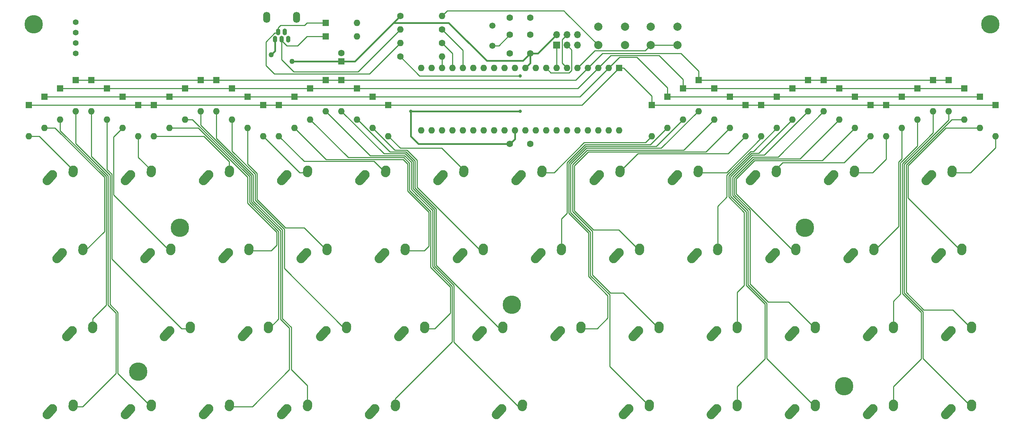
<source format=gtl>
%TF.GenerationSoftware,KiCad,Pcbnew,(5.1.10)-1*%
%TF.CreationDate,2021-08-29T21:53:33+02:00*%
%TF.ProjectId,giulia,6769756c-6961-42e6-9b69-6361645f7063,rev?*%
%TF.SameCoordinates,Original*%
%TF.FileFunction,Copper,L1,Top*%
%TF.FilePolarity,Positive*%
%FSLAX46Y46*%
G04 Gerber Fmt 4.6, Leading zero omitted, Abs format (unit mm)*
G04 Created by KiCad (PCBNEW (5.1.10)-1) date 2021-08-29 21:53:33*
%MOMM*%
%LPD*%
G01*
G04 APERTURE LIST*
%TA.AperFunction,ComponentPad*%
%ADD10C,1.397000*%
%TD*%
%TA.AperFunction,ComponentPad*%
%ADD11C,4.500000*%
%TD*%
%TA.AperFunction,ComponentPad*%
%ADD12R,1.600000X1.600000*%
%TD*%
%TA.AperFunction,ComponentPad*%
%ADD13O,1.600000X1.600000*%
%TD*%
%TA.AperFunction,ComponentPad*%
%ADD14O,1.100000X1.650000*%
%TD*%
%TA.AperFunction,ComponentPad*%
%ADD15O,1.700000X2.700000*%
%TD*%
%TA.AperFunction,ComponentPad*%
%ADD16C,1.600000*%
%TD*%
%TA.AperFunction,ComponentPad*%
%ADD17C,2.250000*%
%TD*%
%TA.AperFunction,ComponentPad*%
%ADD18O,1.700000X1.700000*%
%TD*%
%TA.AperFunction,ComponentPad*%
%ADD19R,1.700000X1.700000*%
%TD*%
%TA.AperFunction,ComponentPad*%
%ADD20C,1.500000*%
%TD*%
%TA.AperFunction,ComponentPad*%
%ADD21C,2.000000*%
%TD*%
%TA.AperFunction,ComponentPad*%
%ADD22C,1.270000*%
%TD*%
%TA.AperFunction,ViaPad*%
%ADD23C,0.800000*%
%TD*%
%TA.AperFunction,Conductor*%
%ADD24C,0.381000*%
%TD*%
%TA.AperFunction,Conductor*%
%ADD25C,0.254000*%
%TD*%
G04 APERTURE END LIST*
D10*
%TO.P,OL1,4*%
%TO.N,GND*%
X44450000Y-31496000D03*
%TO.P,OL1,3*%
%TO.N,+5V*%
X44450000Y-28956000D03*
%TO.P,OL1,2*%
%TO.N,SCL*%
X44450000Y-26416000D03*
%TO.P,OL1,1*%
%TO.N,SDA*%
X44450000Y-23876000D03*
%TD*%
D11*
%TO.P,M2\u002C5,1*%
%TO.N,N/C*%
X69850000Y-74041000D03*
%TD*%
%TO.P,M2\u002C5,1*%
%TO.N,N/C*%
X222250000Y-74041000D03*
%TD*%
%TO.P,M2\u002C5,1*%
%TO.N,N/C*%
X150749000Y-92837000D03*
%TD*%
%TO.P,M2\u002C5,1*%
%TO.N,N/C*%
X231775000Y-112776000D03*
%TD*%
%TO.P,M2\u002C5,1*%
%TO.N,N/C*%
X59690000Y-109220000D03*
%TD*%
%TO.P,M2\u002C5,1*%
%TO.N,N/C*%
X267462000Y-24384000D03*
%TD*%
%TO.P,M2\u002C5,1*%
%TO.N,N/C*%
X34163000Y-24384000D03*
%TD*%
D12*
%TO.P,D49,1*%
%TO.N,Net-(D49-Pad1)*%
X105410000Y-24003000D03*
D13*
%TO.P,D49,2*%
%TO.N,GND*%
X113030000Y-24003000D03*
%TD*%
D12*
%TO.P,D48,1*%
%TO.N,Net-(D48-Pad1)*%
X105410000Y-27305000D03*
D13*
%TO.P,D48,2*%
%TO.N,GND*%
X113030000Y-27305000D03*
%TD*%
D14*
%TO.P,J2,3*%
%TO.N,Net-(D48-Pad1)*%
X94615000Y-27961000D03*
%TO.P,J2,1*%
%TO.N,GND*%
X96215000Y-27961000D03*
%TO.P,J2,5*%
%TO.N,VCC*%
X93015000Y-27961000D03*
%TO.P,J2,2*%
%TO.N,Net-(J2-Pad2)*%
X95415000Y-26211000D03*
%TO.P,J2,4*%
%TO.N,Net-(D49-Pad1)*%
X93815000Y-26211000D03*
D15*
%TO.P,J2,SH*%
%TO.N,Net-(J2-PadSH)*%
X98265000Y-22636000D03*
X90965000Y-22636000D03*
%TD*%
D16*
%TO.P,C3,2*%
%TO.N,GND*%
X150295600Y-31496000D03*
%TO.P,C3,1*%
%TO.N,+5V*%
X155295600Y-31496000D03*
%TD*%
%TO.P,MX11,2*%
%TO.N,Net-(D11-Pad2)*%
%TA.AperFunction,ComponentPad*%
G36*
G01*
X91323483Y-99809895D02*
X91322597Y-99809834D01*
G75*
G02*
X90277666Y-98610097I77403J1122334D01*
G01*
X90317666Y-98030097D01*
G75*
G02*
X91517403Y-96985166I1122334J-77403D01*
G01*
X91517403Y-96985166D01*
G75*
G02*
X92562334Y-98184903I-77403J-1122334D01*
G01*
X92522334Y-98764903D01*
G75*
G02*
X91322597Y-99809834I-1122334J77403D01*
G01*
G37*
%TD.AperFunction*%
D17*
X91440000Y-98107500D03*
%TO.P,MX11,1*%
%TO.N,COL2*%
%TA.AperFunction,ComponentPad*%
G36*
G01*
X84338688Y-101484850D02*
X84338683Y-101484845D01*
G75*
G02*
X84252655Y-99896183I751317J837345D01*
G01*
X85562657Y-98436183D01*
G75*
G02*
X87151319Y-98350155I837345J-751317D01*
G01*
X87151319Y-98350155D01*
G75*
G02*
X87237347Y-99938817I-751317J-837345D01*
G01*
X85927345Y-101398817D01*
G75*
G02*
X84338683Y-101484845I-837345J751317D01*
G01*
G37*
%TD.AperFunction*%
X86400000Y-99187500D03*
%TD*%
%TO.P,MX8,2*%
%TO.N,Net-(D8-Pad2)*%
%TA.AperFunction,ComponentPad*%
G36*
G01*
X62748483Y-118859895D02*
X62747597Y-118859834D01*
G75*
G02*
X61702666Y-117660097I77403J1122334D01*
G01*
X61742666Y-117080097D01*
G75*
G02*
X62942403Y-116035166I1122334J-77403D01*
G01*
X62942403Y-116035166D01*
G75*
G02*
X63987334Y-117234903I-77403J-1122334D01*
G01*
X63947334Y-117814903D01*
G75*
G02*
X62747597Y-118859834I-1122334J77403D01*
G01*
G37*
%TD.AperFunction*%
X62865000Y-117157500D03*
%TO.P,MX8,1*%
%TO.N,COL1*%
%TA.AperFunction,ComponentPad*%
G36*
G01*
X55763688Y-120534850D02*
X55763683Y-120534845D01*
G75*
G02*
X55677655Y-118946183I751317J837345D01*
G01*
X56987657Y-117486183D01*
G75*
G02*
X58576319Y-117400155I837345J-751317D01*
G01*
X58576319Y-117400155D01*
G75*
G02*
X58662347Y-118988817I-751317J-837345D01*
G01*
X57352345Y-120448817D01*
G75*
G02*
X55763683Y-120534845I-837345J751317D01*
G01*
G37*
%TD.AperFunction*%
X57825000Y-118237500D03*
%TD*%
%TO.P,MX5,2*%
%TO.N,Net-(D5-Pad2)*%
%TA.AperFunction,ComponentPad*%
G36*
G01*
X62748483Y-61709895D02*
X62747597Y-61709834D01*
G75*
G02*
X61702666Y-60510097I77403J1122334D01*
G01*
X61742666Y-59930097D01*
G75*
G02*
X62942403Y-58885166I1122334J-77403D01*
G01*
X62942403Y-58885166D01*
G75*
G02*
X63987334Y-60084903I-77403J-1122334D01*
G01*
X63947334Y-60664903D01*
G75*
G02*
X62747597Y-61709834I-1122334J77403D01*
G01*
G37*
%TD.AperFunction*%
X62865000Y-60007500D03*
%TO.P,MX5,1*%
%TO.N,COL1*%
%TA.AperFunction,ComponentPad*%
G36*
G01*
X55763688Y-63384850D02*
X55763683Y-63384845D01*
G75*
G02*
X55677655Y-61796183I751317J837345D01*
G01*
X56987657Y-60336183D01*
G75*
G02*
X58576319Y-60250155I837345J-751317D01*
G01*
X58576319Y-60250155D01*
G75*
G02*
X58662347Y-61838817I-751317J-837345D01*
G01*
X57352345Y-63298817D01*
G75*
G02*
X55763683Y-63384845I-837345J751317D01*
G01*
G37*
%TD.AperFunction*%
X57825000Y-61087500D03*
%TD*%
%TO.P,MX6,2*%
%TO.N,Net-(D6-Pad2)*%
%TA.AperFunction,ComponentPad*%
G36*
G01*
X67510983Y-80759895D02*
X67510097Y-80759834D01*
G75*
G02*
X66465166Y-79560097I77403J1122334D01*
G01*
X66505166Y-78980097D01*
G75*
G02*
X67704903Y-77935166I1122334J-77403D01*
G01*
X67704903Y-77935166D01*
G75*
G02*
X68749834Y-79134903I-77403J-1122334D01*
G01*
X68709834Y-79714903D01*
G75*
G02*
X67510097Y-80759834I-1122334J77403D01*
G01*
G37*
%TD.AperFunction*%
X67627500Y-79057500D03*
%TO.P,MX6,1*%
%TO.N,COL1*%
%TA.AperFunction,ComponentPad*%
G36*
G01*
X60526188Y-82434850D02*
X60526183Y-82434845D01*
G75*
G02*
X60440155Y-80846183I751317J837345D01*
G01*
X61750157Y-79386183D01*
G75*
G02*
X63338819Y-79300155I837345J-751317D01*
G01*
X63338819Y-79300155D01*
G75*
G02*
X63424847Y-80888817I-751317J-837345D01*
G01*
X62114845Y-82348817D01*
G75*
G02*
X60526183Y-82434845I-837345J751317D01*
G01*
G37*
%TD.AperFunction*%
X62587500Y-80137500D03*
%TD*%
%TO.P,MX3,2*%
%TO.N,Net-(D3-Pad2)*%
%TA.AperFunction,ComponentPad*%
G36*
G01*
X48460983Y-99809895D02*
X48460097Y-99809834D01*
G75*
G02*
X47415166Y-98610097I77403J1122334D01*
G01*
X47455166Y-98030097D01*
G75*
G02*
X48654903Y-96985166I1122334J-77403D01*
G01*
X48654903Y-96985166D01*
G75*
G02*
X49699834Y-98184903I-77403J-1122334D01*
G01*
X49659834Y-98764903D01*
G75*
G02*
X48460097Y-99809834I-1122334J77403D01*
G01*
G37*
%TD.AperFunction*%
X48577500Y-98107500D03*
%TO.P,MX3,1*%
%TO.N,COL0*%
%TA.AperFunction,ComponentPad*%
G36*
G01*
X41476188Y-101484850D02*
X41476183Y-101484845D01*
G75*
G02*
X41390155Y-99896183I751317J837345D01*
G01*
X42700157Y-98436183D01*
G75*
G02*
X44288819Y-98350155I837345J-751317D01*
G01*
X44288819Y-98350155D01*
G75*
G02*
X44374847Y-99938817I-751317J-837345D01*
G01*
X43064845Y-101398817D01*
G75*
G02*
X41476183Y-101484845I-837345J751317D01*
G01*
G37*
%TD.AperFunction*%
X43537500Y-99187500D03*
%TD*%
%TO.P,MX10,2*%
%TO.N,Net-(D10-Pad2)*%
%TA.AperFunction,ComponentPad*%
G36*
G01*
X86560983Y-80759895D02*
X86560097Y-80759834D01*
G75*
G02*
X85515166Y-79560097I77403J1122334D01*
G01*
X85555166Y-78980097D01*
G75*
G02*
X86754903Y-77935166I1122334J-77403D01*
G01*
X86754903Y-77935166D01*
G75*
G02*
X87799834Y-79134903I-77403J-1122334D01*
G01*
X87759834Y-79714903D01*
G75*
G02*
X86560097Y-80759834I-1122334J77403D01*
G01*
G37*
%TD.AperFunction*%
X86677500Y-79057500D03*
%TO.P,MX10,1*%
%TO.N,COL2*%
%TA.AperFunction,ComponentPad*%
G36*
G01*
X79576188Y-82434850D02*
X79576183Y-82434845D01*
G75*
G02*
X79490155Y-80846183I751317J837345D01*
G01*
X80800157Y-79386183D01*
G75*
G02*
X82388819Y-79300155I837345J-751317D01*
G01*
X82388819Y-79300155D01*
G75*
G02*
X82474847Y-80888817I-751317J-837345D01*
G01*
X81164845Y-82348817D01*
G75*
G02*
X79576183Y-82434845I-837345J751317D01*
G01*
G37*
%TD.AperFunction*%
X81637500Y-80137500D03*
%TD*%
%TO.P,MX2,2*%
%TO.N,Net-(D2-Pad2)*%
%TA.AperFunction,ComponentPad*%
G36*
G01*
X46079733Y-80759895D02*
X46078847Y-80759834D01*
G75*
G02*
X45033916Y-79560097I77403J1122334D01*
G01*
X45073916Y-78980097D01*
G75*
G02*
X46273653Y-77935166I1122334J-77403D01*
G01*
X46273653Y-77935166D01*
G75*
G02*
X47318584Y-79134903I-77403J-1122334D01*
G01*
X47278584Y-79714903D01*
G75*
G02*
X46078847Y-80759834I-1122334J77403D01*
G01*
G37*
%TD.AperFunction*%
X46196250Y-79057500D03*
%TO.P,MX2,1*%
%TO.N,COL0*%
%TA.AperFunction,ComponentPad*%
G36*
G01*
X39094938Y-82434850D02*
X39094933Y-82434845D01*
G75*
G02*
X39008905Y-80846183I751317J837345D01*
G01*
X40318907Y-79386183D01*
G75*
G02*
X41907569Y-79300155I837345J-751317D01*
G01*
X41907569Y-79300155D01*
G75*
G02*
X41993597Y-80888817I-751317J-837345D01*
G01*
X40683595Y-82348817D01*
G75*
G02*
X39094933Y-82434845I-837345J751317D01*
G01*
G37*
%TD.AperFunction*%
X41156250Y-80137500D03*
%TD*%
%TO.P,MX4,2*%
%TO.N,Net-(D4-Pad2)*%
%TA.AperFunction,ComponentPad*%
G36*
G01*
X43698483Y-118859895D02*
X43697597Y-118859834D01*
G75*
G02*
X42652666Y-117660097I77403J1122334D01*
G01*
X42692666Y-117080097D01*
G75*
G02*
X43892403Y-116035166I1122334J-77403D01*
G01*
X43892403Y-116035166D01*
G75*
G02*
X44937334Y-117234903I-77403J-1122334D01*
G01*
X44897334Y-117814903D01*
G75*
G02*
X43697597Y-118859834I-1122334J77403D01*
G01*
G37*
%TD.AperFunction*%
X43815000Y-117157500D03*
%TO.P,MX4,1*%
%TO.N,COL0*%
%TA.AperFunction,ComponentPad*%
G36*
G01*
X36713688Y-120534850D02*
X36713683Y-120534845D01*
G75*
G02*
X36627655Y-118946183I751317J837345D01*
G01*
X37937657Y-117486183D01*
G75*
G02*
X39526319Y-117400155I837345J-751317D01*
G01*
X39526319Y-117400155D01*
G75*
G02*
X39612347Y-118988817I-751317J-837345D01*
G01*
X38302345Y-120448817D01*
G75*
G02*
X36713683Y-120534845I-837345J751317D01*
G01*
G37*
%TD.AperFunction*%
X38775000Y-118237500D03*
%TD*%
%TO.P,MX9,2*%
%TO.N,Net-(D9-Pad2)*%
%TA.AperFunction,ComponentPad*%
G36*
G01*
X81798483Y-61709895D02*
X81797597Y-61709834D01*
G75*
G02*
X80752666Y-60510097I77403J1122334D01*
G01*
X80792666Y-59930097D01*
G75*
G02*
X81992403Y-58885166I1122334J-77403D01*
G01*
X81992403Y-58885166D01*
G75*
G02*
X83037334Y-60084903I-77403J-1122334D01*
G01*
X82997334Y-60664903D01*
G75*
G02*
X81797597Y-61709834I-1122334J77403D01*
G01*
G37*
%TD.AperFunction*%
X81915000Y-60007500D03*
%TO.P,MX9,1*%
%TO.N,COL2*%
%TA.AperFunction,ComponentPad*%
G36*
G01*
X74813688Y-63384850D02*
X74813683Y-63384845D01*
G75*
G02*
X74727655Y-61796183I751317J837345D01*
G01*
X76037657Y-60336183D01*
G75*
G02*
X77626319Y-60250155I837345J-751317D01*
G01*
X77626319Y-60250155D01*
G75*
G02*
X77712347Y-61838817I-751317J-837345D01*
G01*
X76402345Y-63298817D01*
G75*
G02*
X74813683Y-63384845I-837345J751317D01*
G01*
G37*
%TD.AperFunction*%
X76875000Y-61087500D03*
%TD*%
%TO.P,MX1,2*%
%TO.N,Net-(D1-Pad2)*%
%TA.AperFunction,ComponentPad*%
G36*
G01*
X43698483Y-61709895D02*
X43697597Y-61709834D01*
G75*
G02*
X42652666Y-60510097I77403J1122334D01*
G01*
X42692666Y-59930097D01*
G75*
G02*
X43892403Y-58885166I1122334J-77403D01*
G01*
X43892403Y-58885166D01*
G75*
G02*
X44937334Y-60084903I-77403J-1122334D01*
G01*
X44897334Y-60664903D01*
G75*
G02*
X43697597Y-61709834I-1122334J77403D01*
G01*
G37*
%TD.AperFunction*%
X43815000Y-60007500D03*
%TO.P,MX1,1*%
%TO.N,COL0*%
%TA.AperFunction,ComponentPad*%
G36*
G01*
X36713688Y-63384850D02*
X36713683Y-63384845D01*
G75*
G02*
X36627655Y-61796183I751317J837345D01*
G01*
X37937657Y-60336183D01*
G75*
G02*
X39526319Y-60250155I837345J-751317D01*
G01*
X39526319Y-60250155D01*
G75*
G02*
X39612347Y-61838817I-751317J-837345D01*
G01*
X38302345Y-63298817D01*
G75*
G02*
X36713683Y-63384845I-837345J751317D01*
G01*
G37*
%TD.AperFunction*%
X38775000Y-61087500D03*
%TD*%
%TO.P,MX7,2*%
%TO.N,Net-(D7-Pad2)*%
%TA.AperFunction,ComponentPad*%
G36*
G01*
X72273483Y-99809895D02*
X72272597Y-99809834D01*
G75*
G02*
X71227666Y-98610097I77403J1122334D01*
G01*
X71267666Y-98030097D01*
G75*
G02*
X72467403Y-96985166I1122334J-77403D01*
G01*
X72467403Y-96985166D01*
G75*
G02*
X73512334Y-98184903I-77403J-1122334D01*
G01*
X73472334Y-98764903D01*
G75*
G02*
X72272597Y-99809834I-1122334J77403D01*
G01*
G37*
%TD.AperFunction*%
X72390000Y-98107500D03*
%TO.P,MX7,1*%
%TO.N,COL1*%
%TA.AperFunction,ComponentPad*%
G36*
G01*
X65288688Y-101484850D02*
X65288683Y-101484845D01*
G75*
G02*
X65202655Y-99896183I751317J837345D01*
G01*
X66512657Y-98436183D01*
G75*
G02*
X68101319Y-98350155I837345J-751317D01*
G01*
X68101319Y-98350155D01*
G75*
G02*
X68187347Y-99938817I-751317J-837345D01*
G01*
X66877345Y-101398817D01*
G75*
G02*
X65288683Y-101484845I-837345J751317D01*
G01*
G37*
%TD.AperFunction*%
X67350000Y-99187500D03*
%TD*%
%TO.P,MX12,2*%
%TO.N,Net-(D12-Pad2)*%
%TA.AperFunction,ComponentPad*%
G36*
G01*
X81798483Y-118859895D02*
X81797597Y-118859834D01*
G75*
G02*
X80752666Y-117660097I77403J1122334D01*
G01*
X80792666Y-117080097D01*
G75*
G02*
X81992403Y-116035166I1122334J-77403D01*
G01*
X81992403Y-116035166D01*
G75*
G02*
X83037334Y-117234903I-77403J-1122334D01*
G01*
X82997334Y-117814903D01*
G75*
G02*
X81797597Y-118859834I-1122334J77403D01*
G01*
G37*
%TD.AperFunction*%
X81915000Y-117157500D03*
%TO.P,MX12,1*%
%TO.N,COL2*%
%TA.AperFunction,ComponentPad*%
G36*
G01*
X74813688Y-120534850D02*
X74813683Y-120534845D01*
G75*
G02*
X74727655Y-118946183I751317J837345D01*
G01*
X76037657Y-117486183D01*
G75*
G02*
X77626319Y-117400155I837345J-751317D01*
G01*
X77626319Y-117400155D01*
G75*
G02*
X77712347Y-118988817I-751317J-837345D01*
G01*
X76402345Y-120448817D01*
G75*
G02*
X74813683Y-120534845I-837345J751317D01*
G01*
G37*
%TD.AperFunction*%
X76875000Y-118237500D03*
%TD*%
%TO.P,MX14,2*%
%TO.N,Net-(D14-Pad2)*%
%TA.AperFunction,ComponentPad*%
G36*
G01*
X105610983Y-80759895D02*
X105610097Y-80759834D01*
G75*
G02*
X104565166Y-79560097I77403J1122334D01*
G01*
X104605166Y-78980097D01*
G75*
G02*
X105804903Y-77935166I1122334J-77403D01*
G01*
X105804903Y-77935166D01*
G75*
G02*
X106849834Y-79134903I-77403J-1122334D01*
G01*
X106809834Y-79714903D01*
G75*
G02*
X105610097Y-80759834I-1122334J77403D01*
G01*
G37*
%TD.AperFunction*%
X105727500Y-79057500D03*
%TO.P,MX14,1*%
%TO.N,COL3*%
%TA.AperFunction,ComponentPad*%
G36*
G01*
X98626188Y-82434850D02*
X98626183Y-82434845D01*
G75*
G02*
X98540155Y-80846183I751317J837345D01*
G01*
X99850157Y-79386183D01*
G75*
G02*
X101438819Y-79300155I837345J-751317D01*
G01*
X101438819Y-79300155D01*
G75*
G02*
X101524847Y-80888817I-751317J-837345D01*
G01*
X100214845Y-82348817D01*
G75*
G02*
X98626183Y-82434845I-837345J751317D01*
G01*
G37*
%TD.AperFunction*%
X100687500Y-80137500D03*
%TD*%
%TO.P,MX13,2*%
%TO.N,Net-(D13-Pad2)*%
%TA.AperFunction,ComponentPad*%
G36*
G01*
X100848483Y-61709895D02*
X100847597Y-61709834D01*
G75*
G02*
X99802666Y-60510097I77403J1122334D01*
G01*
X99842666Y-59930097D01*
G75*
G02*
X101042403Y-58885166I1122334J-77403D01*
G01*
X101042403Y-58885166D01*
G75*
G02*
X102087334Y-60084903I-77403J-1122334D01*
G01*
X102047334Y-60664903D01*
G75*
G02*
X100847597Y-61709834I-1122334J77403D01*
G01*
G37*
%TD.AperFunction*%
X100965000Y-60007500D03*
%TO.P,MX13,1*%
%TO.N,COL3*%
%TA.AperFunction,ComponentPad*%
G36*
G01*
X93863688Y-63384850D02*
X93863683Y-63384845D01*
G75*
G02*
X93777655Y-61796183I751317J837345D01*
G01*
X95087657Y-60336183D01*
G75*
G02*
X96676319Y-60250155I837345J-751317D01*
G01*
X96676319Y-60250155D01*
G75*
G02*
X96762347Y-61838817I-751317J-837345D01*
G01*
X95452345Y-63298817D01*
G75*
G02*
X93863683Y-63384845I-837345J751317D01*
G01*
G37*
%TD.AperFunction*%
X95925000Y-61087500D03*
%TD*%
%TO.P,MX33,2*%
%TO.N,Net-(D33-Pad2)*%
%TA.AperFunction,ComponentPad*%
G36*
G01*
X200860983Y-80759895D02*
X200860097Y-80759834D01*
G75*
G02*
X199815166Y-79560097I77403J1122334D01*
G01*
X199855166Y-78980097D01*
G75*
G02*
X201054903Y-77935166I1122334J-77403D01*
G01*
X201054903Y-77935166D01*
G75*
G02*
X202099834Y-79134903I-77403J-1122334D01*
G01*
X202059834Y-79714903D01*
G75*
G02*
X200860097Y-80759834I-1122334J77403D01*
G01*
G37*
%TD.AperFunction*%
X200977500Y-79057500D03*
%TO.P,MX33,1*%
%TO.N,COL8*%
%TA.AperFunction,ComponentPad*%
G36*
G01*
X193876188Y-82434850D02*
X193876183Y-82434845D01*
G75*
G02*
X193790155Y-80846183I751317J837345D01*
G01*
X195100157Y-79386183D01*
G75*
G02*
X196688819Y-79300155I837345J-751317D01*
G01*
X196688819Y-79300155D01*
G75*
G02*
X196774847Y-80888817I-751317J-837345D01*
G01*
X195464845Y-82348817D01*
G75*
G02*
X193876183Y-82434845I-837345J751317D01*
G01*
G37*
%TD.AperFunction*%
X195937500Y-80137500D03*
%TD*%
%TO.P,MX46,2*%
%TO.N,Net-(D46-Pad2)*%
%TA.AperFunction,ComponentPad*%
G36*
G01*
X262773483Y-99809895D02*
X262772597Y-99809834D01*
G75*
G02*
X261727666Y-98610097I77403J1122334D01*
G01*
X261767666Y-98030097D01*
G75*
G02*
X262967403Y-96985166I1122334J-77403D01*
G01*
X262967403Y-96985166D01*
G75*
G02*
X264012334Y-98184903I-77403J-1122334D01*
G01*
X263972334Y-98764903D01*
G75*
G02*
X262772597Y-99809834I-1122334J77403D01*
G01*
G37*
%TD.AperFunction*%
X262890000Y-98107500D03*
%TO.P,MX46,1*%
%TO.N,COL11*%
%TA.AperFunction,ComponentPad*%
G36*
G01*
X255788688Y-101484850D02*
X255788683Y-101484845D01*
G75*
G02*
X255702655Y-99896183I751317J837345D01*
G01*
X257012657Y-98436183D01*
G75*
G02*
X258601319Y-98350155I837345J-751317D01*
G01*
X258601319Y-98350155D01*
G75*
G02*
X258687347Y-99938817I-751317J-837345D01*
G01*
X257377345Y-101398817D01*
G75*
G02*
X255788683Y-101484845I-837345J751317D01*
G01*
G37*
%TD.AperFunction*%
X257850000Y-99187500D03*
%TD*%
%TO.P,MX44,2*%
%TO.N,Net-(D44-Pad2)*%
%TA.AperFunction,ComponentPad*%
G36*
G01*
X258010983Y-61709895D02*
X258010097Y-61709834D01*
G75*
G02*
X256965166Y-60510097I77403J1122334D01*
G01*
X257005166Y-59930097D01*
G75*
G02*
X258204903Y-58885166I1122334J-77403D01*
G01*
X258204903Y-58885166D01*
G75*
G02*
X259249834Y-60084903I-77403J-1122334D01*
G01*
X259209834Y-60664903D01*
G75*
G02*
X258010097Y-61709834I-1122334J77403D01*
G01*
G37*
%TD.AperFunction*%
X258127500Y-60007500D03*
%TO.P,MX44,1*%
%TO.N,COL11*%
%TA.AperFunction,ComponentPad*%
G36*
G01*
X251026188Y-63384850D02*
X251026183Y-63384845D01*
G75*
G02*
X250940155Y-61796183I751317J837345D01*
G01*
X252250157Y-60336183D01*
G75*
G02*
X253838819Y-60250155I837345J-751317D01*
G01*
X253838819Y-60250155D01*
G75*
G02*
X253924847Y-61838817I-751317J-837345D01*
G01*
X252614845Y-63298817D01*
G75*
G02*
X251026183Y-63384845I-837345J751317D01*
G01*
G37*
%TD.AperFunction*%
X253087500Y-61087500D03*
%TD*%
%TO.P,MX42,2*%
%TO.N,Net-(D42-Pad2)*%
%TA.AperFunction,ComponentPad*%
G36*
G01*
X243723483Y-99809895D02*
X243722597Y-99809834D01*
G75*
G02*
X242677666Y-98610097I77403J1122334D01*
G01*
X242717666Y-98030097D01*
G75*
G02*
X243917403Y-96985166I1122334J-77403D01*
G01*
X243917403Y-96985166D01*
G75*
G02*
X244962334Y-98184903I-77403J-1122334D01*
G01*
X244922334Y-98764903D01*
G75*
G02*
X243722597Y-99809834I-1122334J77403D01*
G01*
G37*
%TD.AperFunction*%
X243840000Y-98107500D03*
%TO.P,MX42,1*%
%TO.N,COL10*%
%TA.AperFunction,ComponentPad*%
G36*
G01*
X236738688Y-101484850D02*
X236738683Y-101484845D01*
G75*
G02*
X236652655Y-99896183I751317J837345D01*
G01*
X237962657Y-98436183D01*
G75*
G02*
X239551319Y-98350155I837345J-751317D01*
G01*
X239551319Y-98350155D01*
G75*
G02*
X239637347Y-99938817I-751317J-837345D01*
G01*
X238327345Y-101398817D01*
G75*
G02*
X236738683Y-101484845I-837345J751317D01*
G01*
G37*
%TD.AperFunction*%
X238800000Y-99187500D03*
%TD*%
%TO.P,MX41,2*%
%TO.N,Net-(D41-Pad2)*%
%TA.AperFunction,ComponentPad*%
G36*
G01*
X238960983Y-80759895D02*
X238960097Y-80759834D01*
G75*
G02*
X237915166Y-79560097I77403J1122334D01*
G01*
X237955166Y-78980097D01*
G75*
G02*
X239154903Y-77935166I1122334J-77403D01*
G01*
X239154903Y-77935166D01*
G75*
G02*
X240199834Y-79134903I-77403J-1122334D01*
G01*
X240159834Y-79714903D01*
G75*
G02*
X238960097Y-80759834I-1122334J77403D01*
G01*
G37*
%TD.AperFunction*%
X239077500Y-79057500D03*
%TO.P,MX41,1*%
%TO.N,COL10*%
%TA.AperFunction,ComponentPad*%
G36*
G01*
X231976188Y-82434850D02*
X231976183Y-82434845D01*
G75*
G02*
X231890155Y-80846183I751317J837345D01*
G01*
X233200157Y-79386183D01*
G75*
G02*
X234788819Y-79300155I837345J-751317D01*
G01*
X234788819Y-79300155D01*
G75*
G02*
X234874847Y-80888817I-751317J-837345D01*
G01*
X233564845Y-82348817D01*
G75*
G02*
X231976183Y-82434845I-837345J751317D01*
G01*
G37*
%TD.AperFunction*%
X234037500Y-80137500D03*
%TD*%
%TO.P,MX45,2*%
%TO.N,Net-(D45-Pad2)*%
%TA.AperFunction,ComponentPad*%
G36*
G01*
X260392233Y-80759895D02*
X260391347Y-80759834D01*
G75*
G02*
X259346416Y-79560097I77403J1122334D01*
G01*
X259386416Y-78980097D01*
G75*
G02*
X260586153Y-77935166I1122334J-77403D01*
G01*
X260586153Y-77935166D01*
G75*
G02*
X261631084Y-79134903I-77403J-1122334D01*
G01*
X261591084Y-79714903D01*
G75*
G02*
X260391347Y-80759834I-1122334J77403D01*
G01*
G37*
%TD.AperFunction*%
X260508750Y-79057500D03*
%TO.P,MX45,1*%
%TO.N,COL11*%
%TA.AperFunction,ComponentPad*%
G36*
G01*
X253407438Y-82434850D02*
X253407433Y-82434845D01*
G75*
G02*
X253321405Y-80846183I751317J837345D01*
G01*
X254631407Y-79386183D01*
G75*
G02*
X256220069Y-79300155I837345J-751317D01*
G01*
X256220069Y-79300155D01*
G75*
G02*
X256306097Y-80888817I-751317J-837345D01*
G01*
X254996095Y-82348817D01*
G75*
G02*
X253407433Y-82434845I-837345J751317D01*
G01*
G37*
%TD.AperFunction*%
X255468750Y-80137500D03*
%TD*%
%TO.P,MX39,2*%
%TO.N,Net-(D39-Pad2)*%
%TA.AperFunction,ComponentPad*%
G36*
G01*
X224673483Y-118859895D02*
X224672597Y-118859834D01*
G75*
G02*
X223627666Y-117660097I77403J1122334D01*
G01*
X223667666Y-117080097D01*
G75*
G02*
X224867403Y-116035166I1122334J-77403D01*
G01*
X224867403Y-116035166D01*
G75*
G02*
X225912334Y-117234903I-77403J-1122334D01*
G01*
X225872334Y-117814903D01*
G75*
G02*
X224672597Y-118859834I-1122334J77403D01*
G01*
G37*
%TD.AperFunction*%
X224790000Y-117157500D03*
%TO.P,MX39,1*%
%TO.N,COL9*%
%TA.AperFunction,ComponentPad*%
G36*
G01*
X217688688Y-120534850D02*
X217688683Y-120534845D01*
G75*
G02*
X217602655Y-118946183I751317J837345D01*
G01*
X218912657Y-117486183D01*
G75*
G02*
X220501319Y-117400155I837345J-751317D01*
G01*
X220501319Y-117400155D01*
G75*
G02*
X220587347Y-118988817I-751317J-837345D01*
G01*
X219277345Y-120448817D01*
G75*
G02*
X217688683Y-120534845I-837345J751317D01*
G01*
G37*
%TD.AperFunction*%
X219750000Y-118237500D03*
%TD*%
%TO.P,MX43,2*%
%TO.N,Net-(D43-Pad2)*%
%TA.AperFunction,ComponentPad*%
G36*
G01*
X243723483Y-118859895D02*
X243722597Y-118859834D01*
G75*
G02*
X242677666Y-117660097I77403J1122334D01*
G01*
X242717666Y-117080097D01*
G75*
G02*
X243917403Y-116035166I1122334J-77403D01*
G01*
X243917403Y-116035166D01*
G75*
G02*
X244962334Y-117234903I-77403J-1122334D01*
G01*
X244922334Y-117814903D01*
G75*
G02*
X243722597Y-118859834I-1122334J77403D01*
G01*
G37*
%TD.AperFunction*%
X243840000Y-117157500D03*
%TO.P,MX43,1*%
%TO.N,COL10*%
%TA.AperFunction,ComponentPad*%
G36*
G01*
X236738688Y-120534850D02*
X236738683Y-120534845D01*
G75*
G02*
X236652655Y-118946183I751317J837345D01*
G01*
X237962657Y-117486183D01*
G75*
G02*
X239551319Y-117400155I837345J-751317D01*
G01*
X239551319Y-117400155D01*
G75*
G02*
X239637347Y-118988817I-751317J-837345D01*
G01*
X238327345Y-120448817D01*
G75*
G02*
X236738683Y-120534845I-837345J751317D01*
G01*
G37*
%TD.AperFunction*%
X238800000Y-118237500D03*
%TD*%
%TO.P,MX38,2*%
%TO.N,Net-(D38-Pad2)*%
%TA.AperFunction,ComponentPad*%
G36*
G01*
X224673483Y-99809895D02*
X224672597Y-99809834D01*
G75*
G02*
X223627666Y-98610097I77403J1122334D01*
G01*
X223667666Y-98030097D01*
G75*
G02*
X224867403Y-96985166I1122334J-77403D01*
G01*
X224867403Y-96985166D01*
G75*
G02*
X225912334Y-98184903I-77403J-1122334D01*
G01*
X225872334Y-98764903D01*
G75*
G02*
X224672597Y-99809834I-1122334J77403D01*
G01*
G37*
%TD.AperFunction*%
X224790000Y-98107500D03*
%TO.P,MX38,1*%
%TO.N,COL9*%
%TA.AperFunction,ComponentPad*%
G36*
G01*
X217688688Y-101484850D02*
X217688683Y-101484845D01*
G75*
G02*
X217602655Y-99896183I751317J837345D01*
G01*
X218912657Y-98436183D01*
G75*
G02*
X220501319Y-98350155I837345J-751317D01*
G01*
X220501319Y-98350155D01*
G75*
G02*
X220587347Y-99938817I-751317J-837345D01*
G01*
X219277345Y-101398817D01*
G75*
G02*
X217688683Y-101484845I-837345J751317D01*
G01*
G37*
%TD.AperFunction*%
X219750000Y-99187500D03*
%TD*%
%TO.P,MX37,2*%
%TO.N,Net-(D37-Pad2)*%
%TA.AperFunction,ComponentPad*%
G36*
G01*
X219910983Y-80759895D02*
X219910097Y-80759834D01*
G75*
G02*
X218865166Y-79560097I77403J1122334D01*
G01*
X218905166Y-78980097D01*
G75*
G02*
X220104903Y-77935166I1122334J-77403D01*
G01*
X220104903Y-77935166D01*
G75*
G02*
X221149834Y-79134903I-77403J-1122334D01*
G01*
X221109834Y-79714903D01*
G75*
G02*
X219910097Y-80759834I-1122334J77403D01*
G01*
G37*
%TD.AperFunction*%
X220027500Y-79057500D03*
%TO.P,MX37,1*%
%TO.N,COL9*%
%TA.AperFunction,ComponentPad*%
G36*
G01*
X212926188Y-82434850D02*
X212926183Y-82434845D01*
G75*
G02*
X212840155Y-80846183I751317J837345D01*
G01*
X214150157Y-79386183D01*
G75*
G02*
X215738819Y-79300155I837345J-751317D01*
G01*
X215738819Y-79300155D01*
G75*
G02*
X215824847Y-80888817I-751317J-837345D01*
G01*
X214514845Y-82348817D01*
G75*
G02*
X212926183Y-82434845I-837345J751317D01*
G01*
G37*
%TD.AperFunction*%
X214987500Y-80137500D03*
%TD*%
%TO.P,MX35,2*%
%TO.N,Net-(D35-Pad2)*%
%TA.AperFunction,ComponentPad*%
G36*
G01*
X205623483Y-118859895D02*
X205622597Y-118859834D01*
G75*
G02*
X204577666Y-117660097I77403J1122334D01*
G01*
X204617666Y-117080097D01*
G75*
G02*
X205817403Y-116035166I1122334J-77403D01*
G01*
X205817403Y-116035166D01*
G75*
G02*
X206862334Y-117234903I-77403J-1122334D01*
G01*
X206822334Y-117814903D01*
G75*
G02*
X205622597Y-118859834I-1122334J77403D01*
G01*
G37*
%TD.AperFunction*%
X205740000Y-117157500D03*
%TO.P,MX35,1*%
%TO.N,COL8*%
%TA.AperFunction,ComponentPad*%
G36*
G01*
X198638688Y-120534850D02*
X198638683Y-120534845D01*
G75*
G02*
X198552655Y-118946183I751317J837345D01*
G01*
X199862657Y-117486183D01*
G75*
G02*
X201451319Y-117400155I837345J-751317D01*
G01*
X201451319Y-117400155D01*
G75*
G02*
X201537347Y-118988817I-751317J-837345D01*
G01*
X200227345Y-120448817D01*
G75*
G02*
X198638683Y-120534845I-837345J751317D01*
G01*
G37*
%TD.AperFunction*%
X200700000Y-118237500D03*
%TD*%
%TO.P,MX40,2*%
%TO.N,Net-(D40-Pad2)*%
%TA.AperFunction,ComponentPad*%
G36*
G01*
X234198483Y-61709895D02*
X234197597Y-61709834D01*
G75*
G02*
X233152666Y-60510097I77403J1122334D01*
G01*
X233192666Y-59930097D01*
G75*
G02*
X234392403Y-58885166I1122334J-77403D01*
G01*
X234392403Y-58885166D01*
G75*
G02*
X235437334Y-60084903I-77403J-1122334D01*
G01*
X235397334Y-60664903D01*
G75*
G02*
X234197597Y-61709834I-1122334J77403D01*
G01*
G37*
%TD.AperFunction*%
X234315000Y-60007500D03*
%TO.P,MX40,1*%
%TO.N,COL10*%
%TA.AperFunction,ComponentPad*%
G36*
G01*
X227213688Y-63384850D02*
X227213683Y-63384845D01*
G75*
G02*
X227127655Y-61796183I751317J837345D01*
G01*
X228437657Y-60336183D01*
G75*
G02*
X230026319Y-60250155I837345J-751317D01*
G01*
X230026319Y-60250155D01*
G75*
G02*
X230112347Y-61838817I-751317J-837345D01*
G01*
X228802345Y-63298817D01*
G75*
G02*
X227213683Y-63384845I-837345J751317D01*
G01*
G37*
%TD.AperFunction*%
X229275000Y-61087500D03*
%TD*%
%TO.P,MX47,2*%
%TO.N,Net-(D47-Pad2)*%
%TA.AperFunction,ComponentPad*%
G36*
G01*
X262773483Y-118859895D02*
X262772597Y-118859834D01*
G75*
G02*
X261727666Y-117660097I77403J1122334D01*
G01*
X261767666Y-117080097D01*
G75*
G02*
X262967403Y-116035166I1122334J-77403D01*
G01*
X262967403Y-116035166D01*
G75*
G02*
X264012334Y-117234903I-77403J-1122334D01*
G01*
X263972334Y-117814903D01*
G75*
G02*
X262772597Y-118859834I-1122334J77403D01*
G01*
G37*
%TD.AperFunction*%
X262890000Y-117157500D03*
%TO.P,MX47,1*%
%TO.N,COL11*%
%TA.AperFunction,ComponentPad*%
G36*
G01*
X255788688Y-120534850D02*
X255788683Y-120534845D01*
G75*
G02*
X255702655Y-118946183I751317J837345D01*
G01*
X257012657Y-117486183D01*
G75*
G02*
X258601319Y-117400155I837345J-751317D01*
G01*
X258601319Y-117400155D01*
G75*
G02*
X258687347Y-118988817I-751317J-837345D01*
G01*
X257377345Y-120448817D01*
G75*
G02*
X255788683Y-120534845I-837345J751317D01*
G01*
G37*
%TD.AperFunction*%
X257850000Y-118237500D03*
%TD*%
%TO.P,MX34,2*%
%TO.N,Net-(D34-Pad2)*%
%TA.AperFunction,ComponentPad*%
G36*
G01*
X205623483Y-99809895D02*
X205622597Y-99809834D01*
G75*
G02*
X204577666Y-98610097I77403J1122334D01*
G01*
X204617666Y-98030097D01*
G75*
G02*
X205817403Y-96985166I1122334J-77403D01*
G01*
X205817403Y-96985166D01*
G75*
G02*
X206862334Y-98184903I-77403J-1122334D01*
G01*
X206822334Y-98764903D01*
G75*
G02*
X205622597Y-99809834I-1122334J77403D01*
G01*
G37*
%TD.AperFunction*%
X205740000Y-98107500D03*
%TO.P,MX34,1*%
%TO.N,COL8*%
%TA.AperFunction,ComponentPad*%
G36*
G01*
X198638688Y-101484850D02*
X198638683Y-101484845D01*
G75*
G02*
X198552655Y-99896183I751317J837345D01*
G01*
X199862657Y-98436183D01*
G75*
G02*
X201451319Y-98350155I837345J-751317D01*
G01*
X201451319Y-98350155D01*
G75*
G02*
X201537347Y-99938817I-751317J-837345D01*
G01*
X200227345Y-101398817D01*
G75*
G02*
X198638683Y-101484845I-837345J751317D01*
G01*
G37*
%TD.AperFunction*%
X200700000Y-99187500D03*
%TD*%
%TO.P,MX36,2*%
%TO.N,Net-(D36-Pad2)*%
%TA.AperFunction,ComponentPad*%
G36*
G01*
X215148483Y-61709895D02*
X215147597Y-61709834D01*
G75*
G02*
X214102666Y-60510097I77403J1122334D01*
G01*
X214142666Y-59930097D01*
G75*
G02*
X215342403Y-58885166I1122334J-77403D01*
G01*
X215342403Y-58885166D01*
G75*
G02*
X216387334Y-60084903I-77403J-1122334D01*
G01*
X216347334Y-60664903D01*
G75*
G02*
X215147597Y-61709834I-1122334J77403D01*
G01*
G37*
%TD.AperFunction*%
X215265000Y-60007500D03*
%TO.P,MX36,1*%
%TO.N,COL9*%
%TA.AperFunction,ComponentPad*%
G36*
G01*
X208163688Y-63384850D02*
X208163683Y-63384845D01*
G75*
G02*
X208077655Y-61796183I751317J837345D01*
G01*
X209387657Y-60336183D01*
G75*
G02*
X210976319Y-60250155I837345J-751317D01*
G01*
X210976319Y-60250155D01*
G75*
G02*
X211062347Y-61838817I-751317J-837345D01*
G01*
X209752345Y-63298817D01*
G75*
G02*
X208163683Y-63384845I-837345J751317D01*
G01*
G37*
%TD.AperFunction*%
X210225000Y-61087500D03*
%TD*%
%TO.P,MX23,2*%
%TO.N,Net-(D23-Pad2)*%
%TA.AperFunction,ComponentPad*%
G36*
G01*
X148473483Y-99809895D02*
X148472597Y-99809834D01*
G75*
G02*
X147427666Y-98610097I77403J1122334D01*
G01*
X147467666Y-98030097D01*
G75*
G02*
X148667403Y-96985166I1122334J-77403D01*
G01*
X148667403Y-96985166D01*
G75*
G02*
X149712334Y-98184903I-77403J-1122334D01*
G01*
X149672334Y-98764903D01*
G75*
G02*
X148472597Y-99809834I-1122334J77403D01*
G01*
G37*
%TD.AperFunction*%
X148590000Y-98107500D03*
%TO.P,MX23,1*%
%TO.N,COL5*%
%TA.AperFunction,ComponentPad*%
G36*
G01*
X141488688Y-101484850D02*
X141488683Y-101484845D01*
G75*
G02*
X141402655Y-99896183I751317J837345D01*
G01*
X142712657Y-98436183D01*
G75*
G02*
X144301319Y-98350155I837345J-751317D01*
G01*
X144301319Y-98350155D01*
G75*
G02*
X144387347Y-99938817I-751317J-837345D01*
G01*
X143077345Y-101398817D01*
G75*
G02*
X141488683Y-101484845I-837345J751317D01*
G01*
G37*
%TD.AperFunction*%
X143550000Y-99187500D03*
%TD*%
%TO.P,MX17,2*%
%TO.N,Net-(D17-Pad2)*%
%TA.AperFunction,ComponentPad*%
G36*
G01*
X119898483Y-61709895D02*
X119897597Y-61709834D01*
G75*
G02*
X118852666Y-60510097I77403J1122334D01*
G01*
X118892666Y-59930097D01*
G75*
G02*
X120092403Y-58885166I1122334J-77403D01*
G01*
X120092403Y-58885166D01*
G75*
G02*
X121137334Y-60084903I-77403J-1122334D01*
G01*
X121097334Y-60664903D01*
G75*
G02*
X119897597Y-61709834I-1122334J77403D01*
G01*
G37*
%TD.AperFunction*%
X120015000Y-60007500D03*
%TO.P,MX17,1*%
%TO.N,COL4*%
%TA.AperFunction,ComponentPad*%
G36*
G01*
X112913688Y-63384850D02*
X112913683Y-63384845D01*
G75*
G02*
X112827655Y-61796183I751317J837345D01*
G01*
X114137657Y-60336183D01*
G75*
G02*
X115726319Y-60250155I837345J-751317D01*
G01*
X115726319Y-60250155D01*
G75*
G02*
X115812347Y-61838817I-751317J-837345D01*
G01*
X114502345Y-63298817D01*
G75*
G02*
X112913683Y-63384845I-837345J751317D01*
G01*
G37*
%TD.AperFunction*%
X114975000Y-61087500D03*
%TD*%
%TO.P,MX27,2*%
%TO.N,Net-(D27-Pad2)*%
%TA.AperFunction,ComponentPad*%
G36*
G01*
X167523483Y-99809895D02*
X167522597Y-99809834D01*
G75*
G02*
X166477666Y-98610097I77403J1122334D01*
G01*
X166517666Y-98030097D01*
G75*
G02*
X167717403Y-96985166I1122334J-77403D01*
G01*
X167717403Y-96985166D01*
G75*
G02*
X168762334Y-98184903I-77403J-1122334D01*
G01*
X168722334Y-98764903D01*
G75*
G02*
X167522597Y-99809834I-1122334J77403D01*
G01*
G37*
%TD.AperFunction*%
X167640000Y-98107500D03*
%TO.P,MX27,1*%
%TO.N,COL6*%
%TA.AperFunction,ComponentPad*%
G36*
G01*
X160538688Y-101484850D02*
X160538683Y-101484845D01*
G75*
G02*
X160452655Y-99896183I751317J837345D01*
G01*
X161762657Y-98436183D01*
G75*
G02*
X163351319Y-98350155I837345J-751317D01*
G01*
X163351319Y-98350155D01*
G75*
G02*
X163437347Y-99938817I-751317J-837345D01*
G01*
X162127345Y-101398817D01*
G75*
G02*
X160538683Y-101484845I-837345J751317D01*
G01*
G37*
%TD.AperFunction*%
X162600000Y-99187500D03*
%TD*%
%TO.P,MX31,2*%
%TO.N,Net-(D31-Pad2)*%
%TA.AperFunction,ComponentPad*%
G36*
G01*
X184192233Y-118859895D02*
X184191347Y-118859834D01*
G75*
G02*
X183146416Y-117660097I77403J1122334D01*
G01*
X183186416Y-117080097D01*
G75*
G02*
X184386153Y-116035166I1122334J-77403D01*
G01*
X184386153Y-116035166D01*
G75*
G02*
X185431084Y-117234903I-77403J-1122334D01*
G01*
X185391084Y-117814903D01*
G75*
G02*
X184191347Y-118859834I-1122334J77403D01*
G01*
G37*
%TD.AperFunction*%
X184308750Y-117157500D03*
%TO.P,MX31,1*%
%TO.N,COL7*%
%TA.AperFunction,ComponentPad*%
G36*
G01*
X177207438Y-120534850D02*
X177207433Y-120534845D01*
G75*
G02*
X177121405Y-118946183I751317J837345D01*
G01*
X178431407Y-117486183D01*
G75*
G02*
X180020069Y-117400155I837345J-751317D01*
G01*
X180020069Y-117400155D01*
G75*
G02*
X180106097Y-118988817I-751317J-837345D01*
G01*
X178796095Y-120448817D01*
G75*
G02*
X177207433Y-120534845I-837345J751317D01*
G01*
G37*
%TD.AperFunction*%
X179268750Y-118237500D03*
%TD*%
%TO.P,MX22,2*%
%TO.N,Net-(D22-Pad2)*%
%TA.AperFunction,ComponentPad*%
G36*
G01*
X143710983Y-80759895D02*
X143710097Y-80759834D01*
G75*
G02*
X142665166Y-79560097I77403J1122334D01*
G01*
X142705166Y-78980097D01*
G75*
G02*
X143904903Y-77935166I1122334J-77403D01*
G01*
X143904903Y-77935166D01*
G75*
G02*
X144949834Y-79134903I-77403J-1122334D01*
G01*
X144909834Y-79714903D01*
G75*
G02*
X143710097Y-80759834I-1122334J77403D01*
G01*
G37*
%TD.AperFunction*%
X143827500Y-79057500D03*
%TO.P,MX22,1*%
%TO.N,COL5*%
%TA.AperFunction,ComponentPad*%
G36*
G01*
X136726188Y-82434850D02*
X136726183Y-82434845D01*
G75*
G02*
X136640155Y-80846183I751317J837345D01*
G01*
X137950157Y-79386183D01*
G75*
G02*
X139538819Y-79300155I837345J-751317D01*
G01*
X139538819Y-79300155D01*
G75*
G02*
X139624847Y-80888817I-751317J-837345D01*
G01*
X138314845Y-82348817D01*
G75*
G02*
X136726183Y-82434845I-837345J751317D01*
G01*
G37*
%TD.AperFunction*%
X138787500Y-80137500D03*
%TD*%
%TO.P,MX25,2*%
%TO.N,Net-(D25-Pad2)*%
%TA.AperFunction,ComponentPad*%
G36*
G01*
X157998483Y-61709895D02*
X157997597Y-61709834D01*
G75*
G02*
X156952666Y-60510097I77403J1122334D01*
G01*
X156992666Y-59930097D01*
G75*
G02*
X158192403Y-58885166I1122334J-77403D01*
G01*
X158192403Y-58885166D01*
G75*
G02*
X159237334Y-60084903I-77403J-1122334D01*
G01*
X159197334Y-60664903D01*
G75*
G02*
X157997597Y-61709834I-1122334J77403D01*
G01*
G37*
%TD.AperFunction*%
X158115000Y-60007500D03*
%TO.P,MX25,1*%
%TO.N,COL6*%
%TA.AperFunction,ComponentPad*%
G36*
G01*
X151013688Y-63384850D02*
X151013683Y-63384845D01*
G75*
G02*
X150927655Y-61796183I751317J837345D01*
G01*
X152237657Y-60336183D01*
G75*
G02*
X153826319Y-60250155I837345J-751317D01*
G01*
X153826319Y-60250155D01*
G75*
G02*
X153912347Y-61838817I-751317J-837345D01*
G01*
X152602345Y-63298817D01*
G75*
G02*
X151013683Y-63384845I-837345J751317D01*
G01*
G37*
%TD.AperFunction*%
X153075000Y-61087500D03*
%TD*%
%TO.P,MX32,2*%
%TO.N,Net-(D32-Pad2)*%
%TA.AperFunction,ComponentPad*%
G36*
G01*
X196098483Y-61709895D02*
X196097597Y-61709834D01*
G75*
G02*
X195052666Y-60510097I77403J1122334D01*
G01*
X195092666Y-59930097D01*
G75*
G02*
X196292403Y-58885166I1122334J-77403D01*
G01*
X196292403Y-58885166D01*
G75*
G02*
X197337334Y-60084903I-77403J-1122334D01*
G01*
X197297334Y-60664903D01*
G75*
G02*
X196097597Y-61709834I-1122334J77403D01*
G01*
G37*
%TD.AperFunction*%
X196215000Y-60007500D03*
%TO.P,MX32,1*%
%TO.N,COL8*%
%TA.AperFunction,ComponentPad*%
G36*
G01*
X189113688Y-63384850D02*
X189113683Y-63384845D01*
G75*
G02*
X189027655Y-61796183I751317J837345D01*
G01*
X190337657Y-60336183D01*
G75*
G02*
X191926319Y-60250155I837345J-751317D01*
G01*
X191926319Y-60250155D01*
G75*
G02*
X192012347Y-61838817I-751317J-837345D01*
G01*
X190702345Y-63298817D01*
G75*
G02*
X189113683Y-63384845I-837345J751317D01*
G01*
G37*
%TD.AperFunction*%
X191175000Y-61087500D03*
%TD*%
%TO.P,MX18,2*%
%TO.N,Net-(D18-Pad2)*%
%TA.AperFunction,ComponentPad*%
G36*
G01*
X124660983Y-80759895D02*
X124660097Y-80759834D01*
G75*
G02*
X123615166Y-79560097I77403J1122334D01*
G01*
X123655166Y-78980097D01*
G75*
G02*
X124854903Y-77935166I1122334J-77403D01*
G01*
X124854903Y-77935166D01*
G75*
G02*
X125899834Y-79134903I-77403J-1122334D01*
G01*
X125859834Y-79714903D01*
G75*
G02*
X124660097Y-80759834I-1122334J77403D01*
G01*
G37*
%TD.AperFunction*%
X124777500Y-79057500D03*
%TO.P,MX18,1*%
%TO.N,COL4*%
%TA.AperFunction,ComponentPad*%
G36*
G01*
X117676188Y-82434850D02*
X117676183Y-82434845D01*
G75*
G02*
X117590155Y-80846183I751317J837345D01*
G01*
X118900157Y-79386183D01*
G75*
G02*
X120488819Y-79300155I837345J-751317D01*
G01*
X120488819Y-79300155D01*
G75*
G02*
X120574847Y-80888817I-751317J-837345D01*
G01*
X119264845Y-82348817D01*
G75*
G02*
X117676183Y-82434845I-837345J751317D01*
G01*
G37*
%TD.AperFunction*%
X119737500Y-80137500D03*
%TD*%
%TO.P,MX16,2*%
%TO.N,Net-(D16-Pad2)*%
%TA.AperFunction,ComponentPad*%
G36*
G01*
X100848483Y-118859895D02*
X100847597Y-118859834D01*
G75*
G02*
X99802666Y-117660097I77403J1122334D01*
G01*
X99842666Y-117080097D01*
G75*
G02*
X101042403Y-116035166I1122334J-77403D01*
G01*
X101042403Y-116035166D01*
G75*
G02*
X102087334Y-117234903I-77403J-1122334D01*
G01*
X102047334Y-117814903D01*
G75*
G02*
X100847597Y-118859834I-1122334J77403D01*
G01*
G37*
%TD.AperFunction*%
X100965000Y-117157500D03*
%TO.P,MX16,1*%
%TO.N,COL3*%
%TA.AperFunction,ComponentPad*%
G36*
G01*
X93863688Y-120534850D02*
X93863683Y-120534845D01*
G75*
G02*
X93777655Y-118946183I751317J837345D01*
G01*
X95087657Y-117486183D01*
G75*
G02*
X96676319Y-117400155I837345J-751317D01*
G01*
X96676319Y-117400155D01*
G75*
G02*
X96762347Y-118988817I-751317J-837345D01*
G01*
X95452345Y-120448817D01*
G75*
G02*
X93863683Y-120534845I-837345J751317D01*
G01*
G37*
%TD.AperFunction*%
X95925000Y-118237500D03*
%TD*%
%TO.P,MX21,2*%
%TO.N,Net-(D21-Pad2)*%
%TA.AperFunction,ComponentPad*%
G36*
G01*
X138948483Y-61709895D02*
X138947597Y-61709834D01*
G75*
G02*
X137902666Y-60510097I77403J1122334D01*
G01*
X137942666Y-59930097D01*
G75*
G02*
X139142403Y-58885166I1122334J-77403D01*
G01*
X139142403Y-58885166D01*
G75*
G02*
X140187334Y-60084903I-77403J-1122334D01*
G01*
X140147334Y-60664903D01*
G75*
G02*
X138947597Y-61709834I-1122334J77403D01*
G01*
G37*
%TD.AperFunction*%
X139065000Y-60007500D03*
%TO.P,MX21,1*%
%TO.N,COL5*%
%TA.AperFunction,ComponentPad*%
G36*
G01*
X131963688Y-63384850D02*
X131963683Y-63384845D01*
G75*
G02*
X131877655Y-61796183I751317J837345D01*
G01*
X133187657Y-60336183D01*
G75*
G02*
X134776319Y-60250155I837345J-751317D01*
G01*
X134776319Y-60250155D01*
G75*
G02*
X134862347Y-61838817I-751317J-837345D01*
G01*
X133552345Y-63298817D01*
G75*
G02*
X131963683Y-63384845I-837345J751317D01*
G01*
G37*
%TD.AperFunction*%
X134025000Y-61087500D03*
%TD*%
%TO.P,MX24,2*%
%TO.N,Net-(D24-Pad2)*%
%TA.AperFunction,ComponentPad*%
G36*
G01*
X153235983Y-118859895D02*
X153235097Y-118859834D01*
G75*
G02*
X152190166Y-117660097I77403J1122334D01*
G01*
X152230166Y-117080097D01*
G75*
G02*
X153429903Y-116035166I1122334J-77403D01*
G01*
X153429903Y-116035166D01*
G75*
G02*
X154474834Y-117234903I-77403J-1122334D01*
G01*
X154434834Y-117814903D01*
G75*
G02*
X153235097Y-118859834I-1122334J77403D01*
G01*
G37*
%TD.AperFunction*%
X153352500Y-117157500D03*
%TO.P,MX24,1*%
%TO.N,COL5*%
%TA.AperFunction,ComponentPad*%
G36*
G01*
X146251188Y-120534850D02*
X146251183Y-120534845D01*
G75*
G02*
X146165155Y-118946183I751317J837345D01*
G01*
X147475157Y-117486183D01*
G75*
G02*
X149063819Y-117400155I837345J-751317D01*
G01*
X149063819Y-117400155D01*
G75*
G02*
X149149847Y-118988817I-751317J-837345D01*
G01*
X147839845Y-120448817D01*
G75*
G02*
X146251183Y-120534845I-837345J751317D01*
G01*
G37*
%TD.AperFunction*%
X148312500Y-118237500D03*
%TD*%
%TO.P,MX29,2*%
%TO.N,Net-(D29-Pad2)*%
%TA.AperFunction,ComponentPad*%
G36*
G01*
X181810983Y-80759895D02*
X181810097Y-80759834D01*
G75*
G02*
X180765166Y-79560097I77403J1122334D01*
G01*
X180805166Y-78980097D01*
G75*
G02*
X182004903Y-77935166I1122334J-77403D01*
G01*
X182004903Y-77935166D01*
G75*
G02*
X183049834Y-79134903I-77403J-1122334D01*
G01*
X183009834Y-79714903D01*
G75*
G02*
X181810097Y-80759834I-1122334J77403D01*
G01*
G37*
%TD.AperFunction*%
X181927500Y-79057500D03*
%TO.P,MX29,1*%
%TO.N,COL7*%
%TA.AperFunction,ComponentPad*%
G36*
G01*
X174826188Y-82434850D02*
X174826183Y-82434845D01*
G75*
G02*
X174740155Y-80846183I751317J837345D01*
G01*
X176050157Y-79386183D01*
G75*
G02*
X177638819Y-79300155I837345J-751317D01*
G01*
X177638819Y-79300155D01*
G75*
G02*
X177724847Y-80888817I-751317J-837345D01*
G01*
X176414845Y-82348817D01*
G75*
G02*
X174826183Y-82434845I-837345J751317D01*
G01*
G37*
%TD.AperFunction*%
X176887500Y-80137500D03*
%TD*%
%TO.P,MX28,2*%
%TO.N,Net-(D28-Pad2)*%
%TA.AperFunction,ComponentPad*%
G36*
G01*
X177048483Y-61709895D02*
X177047597Y-61709834D01*
G75*
G02*
X176002666Y-60510097I77403J1122334D01*
G01*
X176042666Y-59930097D01*
G75*
G02*
X177242403Y-58885166I1122334J-77403D01*
G01*
X177242403Y-58885166D01*
G75*
G02*
X178287334Y-60084903I-77403J-1122334D01*
G01*
X178247334Y-60664903D01*
G75*
G02*
X177047597Y-61709834I-1122334J77403D01*
G01*
G37*
%TD.AperFunction*%
X177165000Y-60007500D03*
%TO.P,MX28,1*%
%TO.N,COL7*%
%TA.AperFunction,ComponentPad*%
G36*
G01*
X170063688Y-63384850D02*
X170063683Y-63384845D01*
G75*
G02*
X169977655Y-61796183I751317J837345D01*
G01*
X171287657Y-60336183D01*
G75*
G02*
X172876319Y-60250155I837345J-751317D01*
G01*
X172876319Y-60250155D01*
G75*
G02*
X172962347Y-61838817I-751317J-837345D01*
G01*
X171652345Y-63298817D01*
G75*
G02*
X170063683Y-63384845I-837345J751317D01*
G01*
G37*
%TD.AperFunction*%
X172125000Y-61087500D03*
%TD*%
%TO.P,MX26,2*%
%TO.N,Net-(D26-Pad2)*%
%TA.AperFunction,ComponentPad*%
G36*
G01*
X162760983Y-80759895D02*
X162760097Y-80759834D01*
G75*
G02*
X161715166Y-79560097I77403J1122334D01*
G01*
X161755166Y-78980097D01*
G75*
G02*
X162954903Y-77935166I1122334J-77403D01*
G01*
X162954903Y-77935166D01*
G75*
G02*
X163999834Y-79134903I-77403J-1122334D01*
G01*
X163959834Y-79714903D01*
G75*
G02*
X162760097Y-80759834I-1122334J77403D01*
G01*
G37*
%TD.AperFunction*%
X162877500Y-79057500D03*
%TO.P,MX26,1*%
%TO.N,COL6*%
%TA.AperFunction,ComponentPad*%
G36*
G01*
X155776188Y-82434850D02*
X155776183Y-82434845D01*
G75*
G02*
X155690155Y-80846183I751317J837345D01*
G01*
X157000157Y-79386183D01*
G75*
G02*
X158588819Y-79300155I837345J-751317D01*
G01*
X158588819Y-79300155D01*
G75*
G02*
X158674847Y-80888817I-751317J-837345D01*
G01*
X157364845Y-82348817D01*
G75*
G02*
X155776183Y-82434845I-837345J751317D01*
G01*
G37*
%TD.AperFunction*%
X157837500Y-80137500D03*
%TD*%
%TO.P,MX20,2*%
%TO.N,Net-(D20-Pad2)*%
%TA.AperFunction,ComponentPad*%
G36*
G01*
X122279733Y-118859895D02*
X122278847Y-118859834D01*
G75*
G02*
X121233916Y-117660097I77403J1122334D01*
G01*
X121273916Y-117080097D01*
G75*
G02*
X122473653Y-116035166I1122334J-77403D01*
G01*
X122473653Y-116035166D01*
G75*
G02*
X123518584Y-117234903I-77403J-1122334D01*
G01*
X123478584Y-117814903D01*
G75*
G02*
X122278847Y-118859834I-1122334J77403D01*
G01*
G37*
%TD.AperFunction*%
X122396250Y-117157500D03*
%TO.P,MX20,1*%
%TO.N,COL4*%
%TA.AperFunction,ComponentPad*%
G36*
G01*
X115294938Y-120534850D02*
X115294933Y-120534845D01*
G75*
G02*
X115208905Y-118946183I751317J837345D01*
G01*
X116518907Y-117486183D01*
G75*
G02*
X118107569Y-117400155I837345J-751317D01*
G01*
X118107569Y-117400155D01*
G75*
G02*
X118193597Y-118988817I-751317J-837345D01*
G01*
X116883595Y-120448817D01*
G75*
G02*
X115294933Y-120534845I-837345J751317D01*
G01*
G37*
%TD.AperFunction*%
X117356250Y-118237500D03*
%TD*%
%TO.P,MX15,2*%
%TO.N,Net-(D15-Pad2)*%
%TA.AperFunction,ComponentPad*%
G36*
G01*
X110373483Y-99809895D02*
X110372597Y-99809834D01*
G75*
G02*
X109327666Y-98610097I77403J1122334D01*
G01*
X109367666Y-98030097D01*
G75*
G02*
X110567403Y-96985166I1122334J-77403D01*
G01*
X110567403Y-96985166D01*
G75*
G02*
X111612334Y-98184903I-77403J-1122334D01*
G01*
X111572334Y-98764903D01*
G75*
G02*
X110372597Y-99809834I-1122334J77403D01*
G01*
G37*
%TD.AperFunction*%
X110490000Y-98107500D03*
%TO.P,MX15,1*%
%TO.N,COL3*%
%TA.AperFunction,ComponentPad*%
G36*
G01*
X103388688Y-101484850D02*
X103388683Y-101484845D01*
G75*
G02*
X103302655Y-99896183I751317J837345D01*
G01*
X104612657Y-98436183D01*
G75*
G02*
X106201319Y-98350155I837345J-751317D01*
G01*
X106201319Y-98350155D01*
G75*
G02*
X106287347Y-99938817I-751317J-837345D01*
G01*
X104977345Y-101398817D01*
G75*
G02*
X103388683Y-101484845I-837345J751317D01*
G01*
G37*
%TD.AperFunction*%
X105450000Y-99187500D03*
%TD*%
%TO.P,MX30,2*%
%TO.N,Net-(D30-Pad2)*%
%TA.AperFunction,ComponentPad*%
G36*
G01*
X186573483Y-99809895D02*
X186572597Y-99809834D01*
G75*
G02*
X185527666Y-98610097I77403J1122334D01*
G01*
X185567666Y-98030097D01*
G75*
G02*
X186767403Y-96985166I1122334J-77403D01*
G01*
X186767403Y-96985166D01*
G75*
G02*
X187812334Y-98184903I-77403J-1122334D01*
G01*
X187772334Y-98764903D01*
G75*
G02*
X186572597Y-99809834I-1122334J77403D01*
G01*
G37*
%TD.AperFunction*%
X186690000Y-98107500D03*
%TO.P,MX30,1*%
%TO.N,COL7*%
%TA.AperFunction,ComponentPad*%
G36*
G01*
X179588688Y-101484850D02*
X179588683Y-101484845D01*
G75*
G02*
X179502655Y-99896183I751317J837345D01*
G01*
X180812657Y-98436183D01*
G75*
G02*
X182401319Y-98350155I837345J-751317D01*
G01*
X182401319Y-98350155D01*
G75*
G02*
X182487347Y-99938817I-751317J-837345D01*
G01*
X181177345Y-101398817D01*
G75*
G02*
X179588683Y-101484845I-837345J751317D01*
G01*
G37*
%TD.AperFunction*%
X181650000Y-99187500D03*
%TD*%
%TO.P,MX19,2*%
%TO.N,Net-(D19-Pad2)*%
%TA.AperFunction,ComponentPad*%
G36*
G01*
X129423483Y-99809895D02*
X129422597Y-99809834D01*
G75*
G02*
X128377666Y-98610097I77403J1122334D01*
G01*
X128417666Y-98030097D01*
G75*
G02*
X129617403Y-96985166I1122334J-77403D01*
G01*
X129617403Y-96985166D01*
G75*
G02*
X130662334Y-98184903I-77403J-1122334D01*
G01*
X130622334Y-98764903D01*
G75*
G02*
X129422597Y-99809834I-1122334J77403D01*
G01*
G37*
%TD.AperFunction*%
X129540000Y-98107500D03*
%TO.P,MX19,1*%
%TO.N,COL4*%
%TA.AperFunction,ComponentPad*%
G36*
G01*
X122438688Y-101484850D02*
X122438683Y-101484845D01*
G75*
G02*
X122352655Y-99896183I751317J837345D01*
G01*
X123662657Y-98436183D01*
G75*
G02*
X125251319Y-98350155I837345J-751317D01*
G01*
X125251319Y-98350155D01*
G75*
G02*
X125337347Y-99938817I-751317J-837345D01*
G01*
X124027345Y-101398817D01*
G75*
G02*
X122438683Y-101484845I-837345J751317D01*
G01*
G37*
%TD.AperFunction*%
X124500000Y-99187500D03*
%TD*%
D12*
%TO.P,D47,1*%
%TO.N,ROW3*%
X257302000Y-37973000D03*
D13*
%TO.P,D47,2*%
%TO.N,Net-(D47-Pad2)*%
X257302000Y-45593000D03*
%TD*%
%TO.P,D46,2*%
%TO.N,Net-(D46-Pad2)*%
X261112000Y-47625000D03*
D12*
%TO.P,D46,1*%
%TO.N,ROW2*%
X261112000Y-40005000D03*
%TD*%
%TO.P,D45,1*%
%TO.N,ROW1*%
X264922000Y-42037000D03*
D13*
%TO.P,D45,2*%
%TO.N,Net-(D45-Pad2)*%
X264922000Y-49657000D03*
%TD*%
D12*
%TO.P,D44,1*%
%TO.N,ROW0*%
X268732000Y-44069000D03*
D13*
%TO.P,D44,2*%
%TO.N,Net-(D44-Pad2)*%
X268732000Y-51689000D03*
%TD*%
D12*
%TO.P,D43,1*%
%TO.N,ROW3*%
X253492000Y-37973000D03*
D13*
%TO.P,D43,2*%
%TO.N,Net-(D43-Pad2)*%
X253492000Y-45593000D03*
%TD*%
D12*
%TO.P,D42,1*%
%TO.N,ROW2*%
X249682000Y-40005000D03*
D13*
%TO.P,D42,2*%
%TO.N,Net-(D42-Pad2)*%
X249682000Y-47625000D03*
%TD*%
D12*
%TO.P,D41,1*%
%TO.N,ROW1*%
X245872000Y-42037000D03*
D13*
%TO.P,D41,2*%
%TO.N,Net-(D41-Pad2)*%
X245872000Y-49657000D03*
%TD*%
D12*
%TO.P,D40,1*%
%TO.N,ROW0*%
X242062000Y-44069000D03*
D13*
%TO.P,D40,2*%
%TO.N,Net-(D40-Pad2)*%
X242062000Y-51689000D03*
%TD*%
D12*
%TO.P,D39,1*%
%TO.N,ROW3*%
X226822000Y-37973000D03*
D13*
%TO.P,D39,2*%
%TO.N,Net-(D39-Pad2)*%
X226822000Y-45593000D03*
%TD*%
D12*
%TO.P,D38,1*%
%TO.N,ROW2*%
X230632000Y-40005000D03*
D13*
%TO.P,D38,2*%
%TO.N,Net-(D38-Pad2)*%
X230632000Y-47625000D03*
%TD*%
D12*
%TO.P,D37,1*%
%TO.N,ROW1*%
X234442000Y-42037000D03*
D13*
%TO.P,D37,2*%
%TO.N,Net-(D37-Pad2)*%
X234442000Y-49657000D03*
%TD*%
D12*
%TO.P,D36,1*%
%TO.N,ROW0*%
X238252000Y-44069000D03*
D13*
%TO.P,D36,2*%
%TO.N,Net-(D36-Pad2)*%
X238252000Y-51689000D03*
%TD*%
D12*
%TO.P,D35,1*%
%TO.N,ROW3*%
X223012000Y-37973000D03*
D13*
%TO.P,D35,2*%
%TO.N,Net-(D35-Pad2)*%
X223012000Y-45593000D03*
%TD*%
D12*
%TO.P,D34,1*%
%TO.N,ROW2*%
X219202000Y-40005000D03*
D13*
%TO.P,D34,2*%
%TO.N,Net-(D34-Pad2)*%
X219202000Y-47625000D03*
%TD*%
D12*
%TO.P,D33,1*%
%TO.N,ROW1*%
X215392000Y-42037000D03*
D13*
%TO.P,D33,2*%
%TO.N,Net-(D33-Pad2)*%
X215392000Y-49657000D03*
%TD*%
D12*
%TO.P,D32,1*%
%TO.N,ROW0*%
X211582000Y-44069000D03*
D13*
%TO.P,D32,2*%
%TO.N,Net-(D32-Pad2)*%
X211582000Y-51689000D03*
%TD*%
D12*
%TO.P,D31,1*%
%TO.N,ROW3*%
X196342000Y-37973000D03*
D13*
%TO.P,D31,2*%
%TO.N,Net-(D31-Pad2)*%
X196342000Y-45593000D03*
%TD*%
D12*
%TO.P,D30,1*%
%TO.N,ROW2*%
X200152000Y-40005000D03*
D13*
%TO.P,D30,2*%
%TO.N,Net-(D30-Pad2)*%
X200152000Y-47625000D03*
%TD*%
D12*
%TO.P,D29,1*%
%TO.N,ROW1*%
X203962000Y-42037000D03*
D13*
%TO.P,D29,2*%
%TO.N,Net-(D29-Pad2)*%
X203962000Y-49657000D03*
%TD*%
D12*
%TO.P,D28,1*%
%TO.N,ROW0*%
X207772000Y-44069000D03*
D13*
%TO.P,D28,2*%
%TO.N,Net-(D28-Pad2)*%
X207772000Y-51689000D03*
%TD*%
D12*
%TO.P,D27,1*%
%TO.N,ROW2*%
X192532000Y-40005000D03*
D13*
%TO.P,D27,2*%
%TO.N,Net-(D27-Pad2)*%
X192532000Y-47625000D03*
%TD*%
D12*
%TO.P,D26,1*%
%TO.N,ROW1*%
X188722000Y-42037000D03*
D13*
%TO.P,D26,2*%
%TO.N,Net-(D26-Pad2)*%
X188722000Y-49657000D03*
%TD*%
D12*
%TO.P,D25,1*%
%TO.N,ROW0*%
X184912000Y-44069000D03*
D13*
%TO.P,D25,2*%
%TO.N,Net-(D25-Pad2)*%
X184912000Y-51689000D03*
%TD*%
D12*
%TO.P,D24,1*%
%TO.N,ROW3*%
X109220000Y-37973000D03*
D13*
%TO.P,D24,2*%
%TO.N,Net-(D24-Pad2)*%
X109220000Y-45593000D03*
%TD*%
D12*
%TO.P,D23,1*%
%TO.N,ROW2*%
X113030000Y-40005000D03*
D13*
%TO.P,D23,2*%
%TO.N,Net-(D23-Pad2)*%
X113030000Y-47625000D03*
%TD*%
D12*
%TO.P,D22,1*%
%TO.N,ROW1*%
X116840000Y-42037000D03*
D13*
%TO.P,D22,2*%
%TO.N,Net-(D22-Pad2)*%
X116840000Y-49657000D03*
%TD*%
D12*
%TO.P,D21,1*%
%TO.N,ROW0*%
X120650000Y-44069000D03*
D13*
%TO.P,D21,2*%
%TO.N,Net-(D21-Pad2)*%
X120650000Y-51689000D03*
%TD*%
D12*
%TO.P,D20,1*%
%TO.N,ROW3*%
X105410000Y-37973000D03*
D13*
%TO.P,D20,2*%
%TO.N,Net-(D20-Pad2)*%
X105410000Y-45593000D03*
%TD*%
D12*
%TO.P,D19,1*%
%TO.N,ROW2*%
X101600000Y-40005000D03*
D13*
%TO.P,D19,2*%
%TO.N,Net-(D19-Pad2)*%
X101600000Y-47625000D03*
%TD*%
D12*
%TO.P,D18,1*%
%TO.N,ROW1*%
X97790000Y-42037000D03*
D13*
%TO.P,D18,2*%
%TO.N,Net-(D18-Pad2)*%
X97790000Y-49657000D03*
%TD*%
D12*
%TO.P,D17,1*%
%TO.N,ROW0*%
X93980000Y-44069000D03*
D13*
%TO.P,D17,2*%
%TO.N,Net-(D17-Pad2)*%
X93980000Y-51689000D03*
%TD*%
D12*
%TO.P,D16,1*%
%TO.N,ROW3*%
X78740000Y-37973000D03*
D13*
%TO.P,D16,2*%
%TO.N,Net-(D16-Pad2)*%
X78740000Y-45593000D03*
%TD*%
D12*
%TO.P,D15,1*%
%TO.N,ROW2*%
X82550000Y-40005000D03*
D13*
%TO.P,D15,2*%
%TO.N,Net-(D15-Pad2)*%
X82550000Y-47625000D03*
%TD*%
D12*
%TO.P,D14,1*%
%TO.N,ROW1*%
X86360000Y-42037000D03*
D13*
%TO.P,D14,2*%
%TO.N,Net-(D14-Pad2)*%
X86360000Y-49657000D03*
%TD*%
D12*
%TO.P,D13,1*%
%TO.N,ROW0*%
X90170000Y-44069000D03*
D13*
%TO.P,D13,2*%
%TO.N,Net-(D13-Pad2)*%
X90170000Y-51689000D03*
%TD*%
D12*
%TO.P,D12,1*%
%TO.N,ROW3*%
X74930000Y-37973000D03*
D13*
%TO.P,D12,2*%
%TO.N,Net-(D12-Pad2)*%
X74930000Y-45593000D03*
%TD*%
D12*
%TO.P,D11,1*%
%TO.N,ROW2*%
X71120000Y-40005000D03*
D13*
%TO.P,D11,2*%
%TO.N,Net-(D11-Pad2)*%
X71120000Y-47625000D03*
%TD*%
D12*
%TO.P,D10,1*%
%TO.N,ROW1*%
X67310000Y-42037000D03*
D13*
%TO.P,D10,2*%
%TO.N,Net-(D10-Pad2)*%
X67310000Y-49657000D03*
%TD*%
D12*
%TO.P,D9,1*%
%TO.N,ROW0*%
X63500000Y-44069000D03*
D13*
%TO.P,D9,2*%
%TO.N,Net-(D9-Pad2)*%
X63500000Y-51689000D03*
%TD*%
D12*
%TO.P,D8,1*%
%TO.N,ROW3*%
X48260000Y-37973000D03*
D13*
%TO.P,D8,2*%
%TO.N,Net-(D8-Pad2)*%
X48260000Y-45593000D03*
%TD*%
D12*
%TO.P,D7,1*%
%TO.N,ROW2*%
X52070000Y-40005000D03*
D13*
%TO.P,D7,2*%
%TO.N,Net-(D7-Pad2)*%
X52070000Y-47625000D03*
%TD*%
D12*
%TO.P,D6,1*%
%TO.N,ROW1*%
X55880000Y-42037000D03*
D13*
%TO.P,D6,2*%
%TO.N,Net-(D6-Pad2)*%
X55880000Y-49657000D03*
%TD*%
D12*
%TO.P,D5,1*%
%TO.N,ROW0*%
X59690000Y-44069000D03*
D13*
%TO.P,D5,2*%
%TO.N,Net-(D5-Pad2)*%
X59690000Y-51689000D03*
%TD*%
D12*
%TO.P,D4,1*%
%TO.N,ROW3*%
X44450000Y-37973000D03*
D13*
%TO.P,D4,2*%
%TO.N,Net-(D4-Pad2)*%
X44450000Y-45593000D03*
%TD*%
D12*
%TO.P,D3,1*%
%TO.N,ROW2*%
X40640000Y-40005000D03*
D13*
%TO.P,D3,2*%
%TO.N,Net-(D3-Pad2)*%
X40640000Y-47625000D03*
%TD*%
D12*
%TO.P,D2,1*%
%TO.N,ROW1*%
X36830000Y-42037000D03*
D13*
%TO.P,D2,2*%
%TO.N,Net-(D2-Pad2)*%
X36830000Y-49657000D03*
%TD*%
D12*
%TO.P,D1,1*%
%TO.N,ROW0*%
X33020000Y-44069000D03*
D13*
%TO.P,D1,2*%
%TO.N,Net-(D1-Pad2)*%
X33020000Y-51689000D03*
%TD*%
D16*
%TO.P,R4,1*%
%TO.N,Net-(D50-Pad4)*%
X123571000Y-32258000D03*
D13*
%TO.P,R4,2*%
%TO.N,RGB*%
X133731000Y-32258000D03*
%TD*%
%TO.P,R3,2*%
%TO.N,Net-(D49-Pad1)*%
X123571000Y-28956000D03*
D16*
%TO.P,R3,1*%
%TO.N,D-*%
X133731000Y-28956000D03*
%TD*%
D13*
%TO.P,R2,2*%
%TO.N,Net-(D48-Pad1)*%
X123571000Y-25654000D03*
D16*
%TO.P,R2,1*%
%TO.N,D+*%
X133731000Y-25654000D03*
%TD*%
D13*
%TO.P,R1,2*%
%TO.N,RST*%
X133731000Y-22352000D03*
D16*
%TO.P,R1,1*%
%TO.N,+5V*%
X123571000Y-22352000D03*
%TD*%
D18*
%TO.P,J1,6*%
%TO.N,GND*%
X166751000Y-26924000D03*
%TO.P,J1,5*%
%TO.N,RST*%
X166751000Y-29464000D03*
%TO.P,J1,4*%
%TO.N,MOSI*%
X164211000Y-26924000D03*
%TO.P,J1,3*%
%TO.N,SCK*%
X164211000Y-29464000D03*
%TO.P,J1,2*%
%TO.N,+5V*%
X161671000Y-26924000D03*
D19*
%TO.P,J1,1*%
%TO.N,MISO*%
X161671000Y-29464000D03*
%TD*%
D20*
%TO.P,Y1,2*%
%TO.N,Net-(C5-Pad1)*%
X146050000Y-24711000D03*
%TO.P,Y1,1*%
%TO.N,Net-(C4-Pad1)*%
X146050000Y-29591000D03*
%TD*%
D13*
%TO.P,U1,40*%
%TO.N,COL11*%
X176911000Y-50292000D03*
%TO.P,U1,20*%
%TO.N,Net-(U1-Pad20)*%
X128651000Y-35052000D03*
%TO.P,U1,39*%
%TO.N,COL10*%
X174371000Y-50292000D03*
%TO.P,U1,19*%
%TO.N,Net-(U1-Pad19)*%
X131191000Y-35052000D03*
%TO.P,U1,38*%
%TO.N,COL9*%
X171831000Y-50292000D03*
%TO.P,U1,18*%
%TO.N,RGB*%
X133731000Y-35052000D03*
%TO.P,U1,37*%
%TO.N,COL8*%
X169291000Y-50292000D03*
%TO.P,U1,17*%
%TO.N,D-*%
X136271000Y-35052000D03*
%TO.P,U1,36*%
%TO.N,COL7*%
X166751000Y-50292000D03*
%TO.P,U1,16*%
%TO.N,D+*%
X138811000Y-35052000D03*
%TO.P,U1,35*%
%TO.N,COL6*%
X164211000Y-50292000D03*
%TO.P,U1,15*%
%TO.N,Net-(U1-Pad15)*%
X141351000Y-35052000D03*
%TO.P,U1,34*%
%TO.N,Net-(U1-Pad34)*%
X161671000Y-50292000D03*
%TO.P,U1,14*%
%TO.N,Net-(U1-Pad14)*%
X143891000Y-35052000D03*
%TO.P,U1,33*%
%TO.N,Net-(U1-Pad33)*%
X159131000Y-50292000D03*
%TO.P,U1,13*%
%TO.N,Net-(C4-Pad1)*%
X146431000Y-35052000D03*
%TO.P,U1,32*%
%TO.N,Net-(U1-Pad32)*%
X156591000Y-50292000D03*
%TO.P,U1,12*%
%TO.N,Net-(C5-Pad1)*%
X148971000Y-35052000D03*
%TO.P,U1,31*%
%TO.N,GND*%
X154051000Y-50292000D03*
%TO.P,U1,11*%
X151511000Y-35052000D03*
%TO.P,U1,30*%
%TO.N,+5V*%
X151511000Y-50292000D03*
%TO.P,U1,10*%
X154051000Y-35052000D03*
%TO.P,U1,29*%
%TO.N,COL5*%
X148971000Y-50292000D03*
%TO.P,U1,9*%
%TO.N,RST*%
X156591000Y-35052000D03*
%TO.P,U1,28*%
%TO.N,COL4*%
X146431000Y-50292000D03*
%TO.P,U1,8*%
%TO.N,SCK*%
X159131000Y-35052000D03*
%TO.P,U1,27*%
%TO.N,COL3*%
X143891000Y-50292000D03*
%TO.P,U1,7*%
%TO.N,MISO*%
X161671000Y-35052000D03*
%TO.P,U1,26*%
%TO.N,COL2*%
X141351000Y-50292000D03*
%TO.P,U1,6*%
%TO.N,MOSI*%
X164211000Y-35052000D03*
%TO.P,U1,25*%
%TO.N,COL1*%
X138811000Y-50292000D03*
%TO.P,U1,5*%
%TO.N,BOOT*%
X166751000Y-35052000D03*
%TO.P,U1,24*%
%TO.N,COL0*%
X136271000Y-50292000D03*
%TO.P,U1,4*%
%TO.N,ROW3*%
X169291000Y-35052000D03*
%TO.P,U1,23*%
%TO.N,SDA*%
X133731000Y-50292000D03*
%TO.P,U1,3*%
%TO.N,ROW2*%
X171831000Y-35052000D03*
%TO.P,U1,22*%
%TO.N,SCL*%
X131191000Y-50292000D03*
%TO.P,U1,2*%
%TO.N,ROW1*%
X174371000Y-35052000D03*
%TO.P,U1,21*%
%TO.N,Net-(U1-Pad21)*%
X128651000Y-50292000D03*
D12*
%TO.P,U1,1*%
%TO.N,ROW0*%
X176911000Y-35052000D03*
%TD*%
D21*
%TO.P,SW2,1*%
%TO.N,BOOT*%
X184635000Y-29464000D03*
%TO.P,SW2,2*%
%TO.N,GND*%
X184635000Y-24964000D03*
%TO.P,SW2,1*%
%TO.N,BOOT*%
X191135000Y-29464000D03*
%TO.P,SW2,2*%
%TO.N,GND*%
X191135000Y-24964000D03*
%TD*%
%TO.P,SW1,1*%
%TO.N,GND*%
X178331000Y-24964000D03*
%TO.P,SW1,2*%
%TO.N,RST*%
X178331000Y-29464000D03*
%TO.P,SW1,1*%
%TO.N,GND*%
X171831000Y-24964000D03*
%TO.P,SW1,2*%
%TO.N,RST*%
X171831000Y-29464000D03*
%TD*%
D22*
%TO.P,F1,1*%
%TO.N,+5V*%
X97155000Y-33401000D03*
%TO.P,F1,2*%
%TO.N,VCC*%
X92055000Y-31801000D03*
%TD*%
D16*
%TO.P,C5,2*%
%TO.N,GND*%
X155291800Y-22733000D03*
%TO.P,C5,1*%
%TO.N,Net-(C5-Pad1)*%
X150291800Y-22733000D03*
%TD*%
%TO.P,C4,2*%
%TO.N,GND*%
X155291800Y-26924000D03*
%TO.P,C4,1*%
%TO.N,Net-(C4-Pad1)*%
X150291800Y-26924000D03*
%TD*%
%TO.P,C2,2*%
%TO.N,GND*%
X155291800Y-53594000D03*
%TO.P,C2,1*%
%TO.N,+5V*%
X150291800Y-53594000D03*
%TD*%
%TO.P,C1,2*%
%TO.N,GND*%
X109220000Y-31401000D03*
D12*
%TO.P,C1,1*%
%TO.N,+5V*%
X109220000Y-33401000D03*
%TD*%
D23*
%TO.N,+5V*%
X126111000Y-45593000D03*
X152781000Y-45593000D03*
%TO.N,Net-(D50-Pad4)*%
X152781000Y-36957000D03*
%TD*%
D24*
%TO.N,+5V*%
X98171000Y-33401000D02*
X109220000Y-33401000D01*
X128016000Y-53594000D02*
X126111000Y-51689000D01*
X157099000Y-31496000D02*
X161671000Y-26924000D01*
X126111000Y-49657000D02*
X126111000Y-50165000D01*
X126111000Y-51689000D02*
X126111000Y-49657000D01*
X126111000Y-49657000D02*
X126111000Y-45593000D01*
X151511000Y-52374800D02*
X150291800Y-53594000D01*
X151511000Y-50292000D02*
X151511000Y-52374800D01*
X150291800Y-53594000D02*
X128016000Y-53594000D01*
X155295600Y-33807400D02*
X154051000Y-35052000D01*
X155295600Y-31496000D02*
X155295600Y-33807400D01*
X155295600Y-31496000D02*
X153517600Y-33274000D01*
X155295600Y-31496000D02*
X157099000Y-31496000D01*
X98171000Y-33401000D02*
X97155000Y-33401000D01*
X109220000Y-33401000D02*
X112522000Y-33401000D01*
X121920000Y-24003000D02*
X135382000Y-24003000D01*
X112522000Y-33401000D02*
X121920000Y-24003000D01*
X121920000Y-24003000D02*
X123571000Y-22352000D01*
X135382000Y-24003000D02*
X144653000Y-33274000D01*
X153517600Y-33274000D02*
X144653000Y-33274000D01*
X126111000Y-45593000D02*
X152781000Y-45593000D01*
D25*
%TO.N,Net-(C4-Pad1)*%
X147624800Y-29591000D02*
X150291800Y-26924000D01*
X146050000Y-29591000D02*
X147624800Y-29591000D01*
%TO.N,Net-(D1-Pad2)*%
X35496500Y-51689000D02*
X43815000Y-60007500D01*
X33020000Y-51689000D02*
X35496500Y-51689000D01*
%TO.N,ROW0*%
X33020000Y-44069000D02*
X120650000Y-44069000D01*
X176911000Y-35052000D02*
X167894000Y-44069000D01*
X120650000Y-44069000D02*
X167894000Y-44069000D01*
X268732000Y-44069000D02*
X184912000Y-44069000D01*
X184912000Y-44069000D02*
X184912000Y-41910000D01*
X184912000Y-41910000D02*
X178054000Y-35052000D01*
X178054000Y-35052000D02*
X176911000Y-35052000D01*
%TO.N,Net-(D2-Pad2)*%
X46727500Y-79637500D02*
X51411481Y-74953519D01*
X46156250Y-79637500D02*
X46727500Y-79637500D01*
X51411481Y-74953519D02*
X51411481Y-61722000D01*
X39346481Y-49657000D02*
X51411481Y-61722000D01*
X36830000Y-49657000D02*
X39346481Y-49657000D01*
%TO.N,ROW1*%
X36830000Y-42037000D02*
X116840000Y-42037000D01*
X167386000Y-42037000D02*
X167132000Y-42037000D01*
X174371000Y-35052000D02*
X167386000Y-42037000D01*
X116840000Y-42037000D02*
X167132000Y-42037000D01*
X264922000Y-42037000D02*
X188722000Y-42037000D01*
X174371000Y-35052000D02*
X177018980Y-32404020D01*
X188722000Y-42037000D02*
X188722000Y-39878000D01*
X181248020Y-32404020D02*
X188722000Y-39878000D01*
X177018980Y-32404020D02*
X181248020Y-32404020D01*
%TO.N,Net-(D3-Pad2)*%
X48537500Y-96242500D02*
X48537500Y-98687500D01*
X51865491Y-92914509D02*
X48537500Y-96242500D01*
X51865491Y-61533944D02*
X51865491Y-92914509D01*
X40640000Y-50308453D02*
X51865491Y-61533944D01*
X40640000Y-47625000D02*
X40640000Y-50308453D01*
%TO.N,ROW2*%
X40640000Y-40005000D02*
X113030000Y-40005000D01*
X171831000Y-35052000D02*
X166878000Y-40005000D01*
X113030000Y-40005000D02*
X166878000Y-40005000D01*
X261112000Y-40005000D02*
X192532000Y-40005000D01*
X192532000Y-37846000D02*
X192532000Y-40005000D01*
X186636010Y-31950010D02*
X192532000Y-37846000D01*
X174932990Y-31950010D02*
X186636010Y-31950010D01*
X171831000Y-35052000D02*
X174932990Y-31950010D01*
%TO.N,Net-(D4-Pad2)*%
X54229000Y-94869000D02*
X52319501Y-92959501D01*
X52319501Y-61345888D02*
X44450000Y-53476387D01*
X52319501Y-92959501D02*
X52319501Y-61345888D01*
X44450000Y-53476387D02*
X44450000Y-45593000D01*
X54229000Y-109601000D02*
X46092500Y-117737500D01*
X43775000Y-117737500D02*
X46092500Y-117737500D01*
X54229000Y-109601000D02*
X54229000Y-94869000D01*
%TO.N,ROW3*%
X44450000Y-37973000D02*
X109220000Y-37973000D01*
X169291000Y-35052000D02*
X166370000Y-37973000D01*
X166370000Y-37973000D02*
X166243000Y-37973000D01*
X109220000Y-37973000D02*
X166243000Y-37973000D01*
X257302000Y-37973000D02*
X196342000Y-37973000D01*
X192024000Y-31496000D02*
X196342000Y-35814000D01*
X196342000Y-35814000D02*
X196342000Y-37973000D01*
X172847000Y-31496000D02*
X192024000Y-31496000D01*
X169291000Y-35052000D02*
X172847000Y-31496000D01*
%TO.N,Net-(D5-Pad2)*%
X59690000Y-56832500D02*
X62865000Y-60007500D01*
X59690000Y-51689000D02*
X59690000Y-56832500D01*
%TO.N,Net-(D6-Pad2)*%
X53681531Y-51855469D02*
X55880000Y-49657000D01*
X53681531Y-66000531D02*
X53681531Y-51855469D01*
X67318500Y-79637500D02*
X53681531Y-66000531D01*
X67587500Y-79637500D02*
X67318500Y-79637500D01*
%TO.N,Net-(D7-Pad2)*%
X72350000Y-98687500D02*
X70239500Y-98687500D01*
X53227521Y-81675521D02*
X53227521Y-80884479D01*
X70239500Y-98687500D02*
X53227521Y-81675521D01*
X53227521Y-80884479D02*
X53227521Y-61849000D01*
X53227521Y-81153000D02*
X53227521Y-80884479D01*
X52070000Y-47625000D02*
X52070000Y-59812255D01*
X52070000Y-59812255D02*
X53227521Y-60969775D01*
X53227521Y-60969775D02*
X53227521Y-61849000D01*
%TO.N,Net-(D8-Pad2)*%
X62825000Y-117737500D02*
X62111500Y-117737500D01*
X54683010Y-109595510D02*
X62825000Y-117737500D01*
X54683010Y-94680943D02*
X54683010Y-109595510D01*
X52773511Y-92771445D02*
X54683010Y-94680943D01*
X52773511Y-61157832D02*
X52773511Y-92771445D01*
X48260000Y-56644321D02*
X52773511Y-61157832D01*
X48260000Y-45593000D02*
X48260000Y-56644321D01*
%TO.N,Net-(D9-Pad2)*%
X81875000Y-60587500D02*
X81875000Y-57879066D01*
X75684934Y-51689000D02*
X63500000Y-51689000D01*
X81875000Y-57879066D02*
X75684934Y-51689000D01*
%TO.N,Net-(D10-Pad2)*%
X86360000Y-61722000D02*
X86360000Y-68072000D01*
X74295000Y-49657000D02*
X86360000Y-61722000D01*
X67310000Y-49657000D02*
X74295000Y-49657000D01*
X92066500Y-79637500D02*
X86637500Y-79637500D01*
X93452980Y-75164980D02*
X93452980Y-78251020D01*
X93452980Y-78251020D02*
X92066500Y-79637500D01*
X86360000Y-68072000D02*
X93452980Y-75164980D01*
%TO.N,Net-(D11-Pad2)*%
X72905066Y-47625000D02*
X71120000Y-47625000D01*
X86548056Y-61267990D02*
X72905066Y-47625000D01*
X86814010Y-61533943D02*
X86548056Y-61267990D01*
X86814010Y-67883944D02*
X86814010Y-61533943D01*
X93906990Y-96339010D02*
X93906989Y-74976923D01*
X91558500Y-98687500D02*
X93906990Y-96339010D01*
X93906989Y-74976923D02*
X86814010Y-67883944D01*
X91400000Y-98687500D02*
X91558500Y-98687500D01*
%TO.N,Net-(D12-Pad2)*%
X87367500Y-117737500D02*
X81875000Y-117737500D01*
X87494500Y-117737500D02*
X87367500Y-117737500D01*
X96520000Y-108712000D02*
X87494500Y-117737500D01*
X96520000Y-98552000D02*
X96520000Y-108712000D01*
X94360998Y-96392998D02*
X96520000Y-98552000D01*
X94360998Y-74788866D02*
X94360998Y-96392998D01*
X87268020Y-67695888D02*
X94360998Y-74788866D01*
X87268020Y-61345888D02*
X87268020Y-67695888D01*
X74930000Y-49007868D02*
X87268020Y-61345888D01*
X74930000Y-45593000D02*
X74930000Y-49007868D01*
%TO.N,Net-(D13-Pad2)*%
X99068500Y-60587500D02*
X90170000Y-51689000D01*
X100925000Y-60587500D02*
X99068500Y-60587500D01*
%TO.N,Net-(D14-Pad2)*%
X105687500Y-79637500D02*
X100136834Y-74086834D01*
X95585166Y-74086834D02*
X88630050Y-67131718D01*
X100136834Y-74086834D02*
X95585166Y-74086834D01*
X86360000Y-58511667D02*
X86360000Y-49657000D01*
X88630050Y-60781717D02*
X86360000Y-58511667D01*
X88630050Y-67131718D02*
X88630050Y-60781717D01*
%TO.N,Net-(D15-Pad2)*%
X109990500Y-98687500D02*
X110450000Y-98687500D01*
X95269018Y-83966018D02*
X109990500Y-98687500D01*
X95269018Y-74412753D02*
X95269018Y-83966018D01*
X88176040Y-67319775D02*
X95269018Y-74412753D01*
X88176040Y-60969774D02*
X88176040Y-67319775D01*
X82550000Y-55343735D02*
X88176040Y-60969774D01*
X82550000Y-47625000D02*
X82550000Y-55343735D01*
%TO.N,Net-(D16-Pad2)*%
X100925000Y-112609000D02*
X100925000Y-117737500D01*
X96974009Y-108658009D02*
X100925000Y-112609000D01*
X96974009Y-98363943D02*
X96974009Y-108658009D01*
X94815008Y-74600809D02*
X94815008Y-96204942D01*
X87722030Y-67507832D02*
X94815008Y-74600809D01*
X94815008Y-96204942D02*
X96974009Y-98363943D01*
X87722030Y-61157831D02*
X87722030Y-67507832D01*
X78740000Y-52175801D02*
X87722030Y-61157831D01*
X78740000Y-45593000D02*
X78740000Y-52175801D01*
%TO.N,Net-(D17-Pad2)*%
X93980000Y-51689000D02*
X100095020Y-57804020D01*
X117191520Y-57804020D02*
X119975000Y-60587500D01*
X100095020Y-57804020D02*
X117191520Y-57804020D01*
%TO.N,Net-(D18-Pad2)*%
X116282007Y-57334060D02*
X116266057Y-57350010D01*
X124227730Y-57334060D02*
X116282007Y-57334060D01*
X125364950Y-58471280D02*
X124227730Y-57334060D01*
X125364950Y-65075285D02*
X125364950Y-58471280D01*
X116266057Y-57350010D02*
X105483010Y-57350010D01*
X105483010Y-57350010D02*
X97790000Y-49657000D01*
X130517961Y-70228291D02*
X126988311Y-66698642D01*
X130517961Y-78524039D02*
X130517961Y-70228291D01*
X126988311Y-66698642D02*
X125364950Y-65075285D01*
X129404500Y-79637500D02*
X130517961Y-78524039D01*
X124737500Y-79637500D02*
X129404500Y-79637500D01*
%TO.N,Net-(D19-Pad2)*%
X131944500Y-98687500D02*
X129500000Y-98687500D01*
X135743980Y-88521179D02*
X135743980Y-94888020D01*
X135743980Y-94888020D02*
X131944500Y-98687500D01*
X130971971Y-83749171D02*
X135743980Y-88521179D01*
X130971971Y-70040235D02*
X130971971Y-83749171D01*
X127176368Y-66244632D02*
X130971971Y-70040235D01*
X125818960Y-64887228D02*
X127176368Y-66244632D01*
X125818960Y-58283224D02*
X125818960Y-64887228D01*
X124415786Y-56880050D02*
X125818960Y-58283224D01*
X116093950Y-56880050D02*
X124415786Y-56880050D01*
X110871000Y-56896000D02*
X116078000Y-56896000D01*
X116078000Y-56896000D02*
X116093950Y-56880050D01*
X101600000Y-47625000D02*
X110871000Y-56896000D01*
%TO.N,Net-(D20-Pad2)*%
X122356250Y-115768750D02*
X122356250Y-117737500D01*
X136197990Y-101927010D02*
X122356250Y-115768750D01*
X136197990Y-88333122D02*
X136197990Y-101927010D01*
X131425981Y-83561114D02*
X136197990Y-88333122D01*
X131425981Y-69852179D02*
X131425981Y-83561114D01*
X126272970Y-64699171D02*
X127306901Y-65733099D01*
X126272970Y-58095168D02*
X126272970Y-64699171D01*
X124603842Y-56426040D02*
X126272970Y-58095168D01*
X116243040Y-56426040D02*
X124603842Y-56426040D01*
X127306901Y-65733099D02*
X131425981Y-69852179D01*
X105410000Y-45593000D02*
X116243040Y-56426040D01*
%TO.N,Net-(D21-Pad2)*%
X120650000Y-51689000D02*
X123571000Y-54610000D01*
X133667500Y-54610000D02*
X139065000Y-60007500D01*
X123571000Y-54610000D02*
X133667500Y-54610000D01*
%TO.N,Net-(D22-Pad2)*%
X143787500Y-79637500D02*
X143137500Y-79637500D01*
X143137500Y-79637500D02*
X127635000Y-64135000D01*
X127635000Y-57531000D02*
X125168010Y-55064010D01*
X127635000Y-64135000D02*
X127635000Y-57531000D01*
X122247010Y-55064010D02*
X116840000Y-49657000D01*
X125168010Y-55064010D02*
X122247010Y-55064010D01*
%TO.N,Net-(D23-Pad2)*%
X113140038Y-47625000D02*
X113030000Y-47625000D01*
X124979954Y-55518020D02*
X121033058Y-55518020D01*
X127180990Y-57719056D02*
X124979954Y-55518020D01*
X121033058Y-55518020D02*
X113140038Y-47625000D01*
X127180990Y-64323057D02*
X127180990Y-57719056D01*
X132334000Y-69476066D02*
X127180990Y-64323057D01*
X132334000Y-83185000D02*
X132334000Y-69476066D01*
X147836500Y-98687500D02*
X132334000Y-83185000D01*
X148550000Y-98687500D02*
X147836500Y-98687500D01*
%TO.N,Net-(D24-Pad2)*%
X119599030Y-55972030D02*
X109220000Y-45593000D01*
X124791898Y-55972030D02*
X119599030Y-55972030D01*
X126726980Y-57907112D02*
X124791898Y-55972030D01*
X126726980Y-64511114D02*
X126726980Y-57907112D01*
X131879991Y-69664123D02*
X126726980Y-64511114D01*
X131879991Y-83373057D02*
X131879991Y-69664123D01*
X136652000Y-88145066D02*
X131879991Y-83373057D01*
X136652000Y-101981000D02*
X136652000Y-88145066D01*
X152408500Y-117737500D02*
X136652000Y-101981000D01*
X153312500Y-117737500D02*
X152408500Y-117737500D01*
%TO.N,Net-(D25-Pad2)*%
X184912000Y-51689000D02*
X184531000Y-51689000D01*
X183353030Y-53247970D02*
X184912000Y-51689000D01*
X168411772Y-53247970D02*
X183353030Y-53247970D01*
X161072242Y-60587500D02*
X168411772Y-53247970D01*
X158075000Y-60587500D02*
X161072242Y-60587500D01*
%TO.N,Net-(D26-Pad2)*%
X188611962Y-49657000D02*
X188722000Y-49657000D01*
X168599829Y-53701980D02*
X184566982Y-53701980D01*
X164191980Y-58109829D02*
X168599829Y-53701980D01*
X184566982Y-53701980D02*
X188611962Y-49657000D01*
X164191980Y-70504020D02*
X164191980Y-58109829D01*
X162837500Y-71858500D02*
X164191980Y-70504020D01*
X162837500Y-79637500D02*
X162837500Y-71858500D01*
%TO.N,Net-(D27-Pad2)*%
X171568500Y-98687500D02*
X167600000Y-98687500D01*
X174170990Y-96085010D02*
X171568500Y-98687500D01*
X174170990Y-90612056D02*
X174170990Y-96085010D01*
X169471990Y-85913057D02*
X174170990Y-90612056D01*
X164645990Y-70485000D02*
X169471990Y-75311000D01*
X169471990Y-75311000D02*
X169471990Y-85913057D01*
X164645990Y-58297886D02*
X164645990Y-70485000D01*
X168787886Y-54155990D02*
X164645990Y-58297886D01*
X186001010Y-54155990D02*
X168787886Y-54155990D01*
X192532000Y-47625000D02*
X186001010Y-54155990D01*
%TO.N,Net-(D28-Pad2)*%
X177125000Y-60365000D02*
X177125000Y-60587500D01*
X181517970Y-55972030D02*
X177125000Y-60365000D01*
X203488970Y-55972030D02*
X181517970Y-55972030D01*
X207772000Y-51689000D02*
X203488970Y-55972030D01*
%TO.N,Net-(D29-Pad2)*%
X198100980Y-55518020D02*
X203962000Y-49657000D01*
X169352055Y-55518020D02*
X198100980Y-55518020D01*
X166008020Y-58862055D02*
X169352055Y-55518020D01*
X166008020Y-69920831D02*
X166008020Y-58862055D01*
X170662094Y-74574905D02*
X166008020Y-69920831D01*
X176824905Y-74574905D02*
X170662094Y-74574905D01*
X181887500Y-79637500D02*
X176824905Y-74574905D01*
%TO.N,Net-(D30-Pad2)*%
X192712990Y-55064010D02*
X200152000Y-47625000D01*
X169163999Y-55064010D02*
X192712990Y-55064010D01*
X165554010Y-70108887D02*
X165554010Y-58673999D01*
X170380009Y-74934886D02*
X165554010Y-70108887D01*
X170380010Y-85536944D02*
X170380009Y-74934886D01*
X165554010Y-58673999D02*
X169163999Y-55064010D01*
X174813056Y-89969990D02*
X170380010Y-85536944D01*
X177932490Y-89969990D02*
X174813056Y-89969990D01*
X186650000Y-98687500D02*
X177932490Y-89969990D01*
%TO.N,Net-(D31-Pad2)*%
X184268750Y-117737500D02*
X184268750Y-117610250D01*
X196231962Y-45593000D02*
X196342000Y-45593000D01*
X168975943Y-54610000D02*
X187214962Y-54610000D01*
X165100000Y-58485943D02*
X168975943Y-54610000D01*
X169926000Y-85725000D02*
X169926000Y-75122943D01*
X187214962Y-54610000D02*
X196231962Y-45593000D01*
X165100000Y-70296943D02*
X165100000Y-58485943D01*
X174625000Y-90424000D02*
X169926000Y-85725000D01*
X174625000Y-107950000D02*
X174625000Y-90424000D01*
X169926000Y-75122943D02*
X165100000Y-70296943D01*
X184268750Y-117593750D02*
X174625000Y-107950000D01*
X184268750Y-117737500D02*
X184268750Y-117593750D01*
%TO.N,Net-(D32-Pad2)*%
X211582000Y-52154600D02*
X211582000Y-51689000D01*
X203149100Y-60587500D02*
X211582000Y-52154600D01*
X196175000Y-60587500D02*
X203149100Y-60587500D01*
%TO.N,Net-(D33-Pad2)*%
X200937500Y-68810500D02*
X203215950Y-66532050D01*
X200937500Y-79637500D02*
X200937500Y-68810500D01*
X203215950Y-66532050D02*
X203215950Y-61162717D01*
X203215950Y-61162717D02*
X208990715Y-55387950D01*
X209661050Y-55387950D02*
X208990715Y-55387950D01*
X215392000Y-49657000D02*
X209661050Y-55387950D01*
%TO.N,Net-(D34-Pad2)*%
X207444990Y-88084010D02*
X205700000Y-89829000D01*
X207444990Y-70313257D02*
X207444990Y-88084010D01*
X203669960Y-61726885D02*
X203669960Y-66538228D01*
X205700000Y-89829000D02*
X205700000Y-98687500D01*
X203669962Y-61350771D02*
X203669960Y-61726885D01*
X209178772Y-55841960D02*
X203669962Y-61350771D01*
X203669960Y-66538228D02*
X207444990Y-70313257D01*
X210985040Y-55841960D02*
X209178772Y-55841960D01*
X219202000Y-47625000D02*
X210985040Y-55841960D01*
%TO.N,Net-(D35-Pad2)*%
X212471000Y-106045000D02*
X205700000Y-112816000D01*
X212471000Y-92710000D02*
X212471000Y-106045000D01*
X207899000Y-88138000D02*
X212471000Y-92710000D01*
X207899000Y-70125200D02*
X207899000Y-88138000D01*
X204123970Y-66350171D02*
X207899000Y-70125200D01*
X204123970Y-61538829D02*
X204123970Y-66350171D01*
X209366829Y-56295970D02*
X204123970Y-61538829D01*
X205700000Y-112816000D02*
X205700000Y-117737500D01*
X212309030Y-56295970D02*
X209366829Y-56295970D01*
X223012000Y-45593000D02*
X212309030Y-56295970D01*
%TO.N,Net-(D36-Pad2)*%
X231828990Y-58112010D02*
X238252000Y-51689000D01*
X216842990Y-58112010D02*
X231828990Y-58112010D01*
X215225000Y-59730000D02*
X216842990Y-58112010D01*
X215225000Y-60587500D02*
X215225000Y-59730000D01*
%TO.N,Net-(D37-Pad2)*%
X209931000Y-57658000D02*
X226441000Y-57658000D01*
X205486000Y-62103000D02*
X209931000Y-57658000D01*
X226441000Y-57658000D02*
X234442000Y-49657000D01*
X205486000Y-65786000D02*
X205486000Y-62103000D01*
X219337500Y-79637500D02*
X205486000Y-65786000D01*
X219987500Y-79637500D02*
X219337500Y-79637500D01*
%TO.N,Net-(D38-Pad2)*%
X208807020Y-87755910D02*
X213243055Y-92191945D01*
X218254445Y-92191945D02*
X224750000Y-98687500D01*
X208807020Y-69749086D02*
X208807020Y-87755910D01*
X205031990Y-65974057D02*
X208807020Y-69749086D01*
X205031990Y-61914943D02*
X205031990Y-65974057D01*
X209742943Y-57203990D02*
X205031990Y-61914943D01*
X213243055Y-92191945D02*
X218254445Y-92191945D01*
X221053010Y-57203990D02*
X209742943Y-57203990D01*
X230632000Y-47625000D02*
X221053010Y-57203990D01*
%TO.N,Net-(D39-Pad2)*%
X224671500Y-117737500D02*
X224750000Y-117737500D01*
X212925010Y-105991010D02*
X224671500Y-117737500D01*
X208353010Y-87943967D02*
X212925010Y-92515967D01*
X208353010Y-69937143D02*
X208353010Y-87943967D01*
X204577980Y-66162114D02*
X208353010Y-69937143D01*
X204577980Y-61726886D02*
X204577980Y-66162114D01*
X209554886Y-56749980D02*
X204577980Y-61726886D01*
X215665020Y-56749980D02*
X209554886Y-56749980D01*
X212925010Y-92515967D02*
X212925010Y-105991010D01*
X226822000Y-45593000D02*
X215665020Y-56749980D01*
%TO.N,Net-(D40-Pad2)*%
X234275000Y-60587500D02*
X238751500Y-60587500D01*
X242062000Y-57277000D02*
X242062000Y-51689000D01*
X238751500Y-60587500D02*
X242062000Y-57277000D01*
X242062000Y-51689000D02*
X242062000Y-51816000D01*
%TO.N,Net-(D41-Pad2)*%
X239132500Y-79637500D02*
X239037500Y-79637500D01*
X245090980Y-73679020D02*
X239132500Y-79637500D01*
X245090980Y-57987720D02*
X245090980Y-73679020D01*
X245872000Y-57206700D02*
X245090980Y-57987720D01*
X245872000Y-49657000D02*
X245872000Y-57206700D01*
%TO.N,Net-(D42-Pad2)*%
X249682000Y-54038766D02*
X249682000Y-47625000D01*
X245810944Y-57909822D02*
X249682000Y-54038766D01*
X245544990Y-90243010D02*
X245544990Y-58175775D01*
X243800000Y-91988000D02*
X245544990Y-90243010D01*
X245544990Y-58175775D02*
X245810944Y-57909822D01*
X243800000Y-98687500D02*
X243800000Y-91988000D01*
%TO.N,Net-(D43-Pad2)*%
X243800000Y-112816000D02*
X243800000Y-117737500D01*
X250571000Y-106045000D02*
X243800000Y-112816000D01*
X250571000Y-94742000D02*
X250571000Y-106045000D01*
X245999000Y-58363832D02*
X245999000Y-90170000D01*
X253492000Y-50870832D02*
X245999000Y-58363832D01*
X245999000Y-90170000D02*
X250571000Y-94742000D01*
X253492000Y-45593000D02*
X253492000Y-50870832D01*
%TO.N,Net-(D44-Pad2)*%
X258087500Y-60587500D02*
X262627500Y-60587500D01*
X268732000Y-54483000D02*
X262627500Y-60587500D01*
X268732000Y-51689000D02*
X268732000Y-54483000D01*
%TO.N,Net-(D45-Pad2)*%
X260231500Y-79637500D02*
X247361030Y-66767030D01*
X260468750Y-79637500D02*
X260231500Y-79637500D01*
X247361030Y-66767030D02*
X247361030Y-58928000D01*
X256632030Y-49657000D02*
X247361030Y-58928000D01*
X264922000Y-49657000D02*
X256632030Y-49657000D01*
%TO.N,Net-(D46-Pad2)*%
X258262433Y-94099933D02*
X262850000Y-98687500D01*
X251213067Y-94099933D02*
X258262433Y-94099933D01*
X246907020Y-89793887D02*
X251213067Y-94099933D01*
X246907020Y-58739944D02*
X246907020Y-89793887D01*
X258021964Y-47625000D02*
X246907020Y-58739944D01*
X261112000Y-47625000D02*
X258021964Y-47625000D01*
%TO.N,Net-(D47-Pad2)*%
X262771500Y-117737500D02*
X262850000Y-117737500D01*
X251025010Y-105991010D02*
X262771500Y-117737500D01*
X251025010Y-94553943D02*
X251025010Y-105991010D01*
X246453011Y-58551887D02*
X246453010Y-89981943D01*
X257302000Y-47702898D02*
X246453011Y-58551887D01*
X246453010Y-89981943D02*
X251025010Y-94553943D01*
X257302000Y-45593000D02*
X257302000Y-47702898D01*
%TO.N,Net-(D48-Pad1)*%
X94615000Y-27686000D02*
X94615000Y-27876279D01*
X98552000Y-29591000D02*
X100838000Y-27305000D01*
X100838000Y-27305000D02*
X105410000Y-27305000D01*
X95885000Y-29591000D02*
X98552000Y-29591000D01*
X94615000Y-28321000D02*
X95885000Y-29591000D01*
X94615000Y-27686000D02*
X94615000Y-28321000D01*
X94615000Y-27686000D02*
X94615000Y-33020000D01*
X123571000Y-25654000D02*
X113230010Y-35994990D01*
X97589990Y-35994990D02*
X94615000Y-33020000D01*
X113230010Y-35994990D02*
X97589990Y-35994990D01*
%TO.N,Net-(D49-Pad1)*%
X93815000Y-26486000D02*
X93815000Y-26295721D01*
X100838000Y-24003000D02*
X105410000Y-24003000D01*
X100806722Y-24003000D02*
X100838000Y-24003000D01*
X100187361Y-24622361D02*
X100806722Y-24003000D01*
X94376639Y-24622361D02*
X100187361Y-24622361D01*
X93815000Y-25184000D02*
X94376639Y-24622361D01*
X93815000Y-26486000D02*
X93815000Y-25184000D01*
X117221000Y-35306000D02*
X123571000Y-28956000D01*
X116078000Y-36449000D02*
X117221000Y-35306000D01*
X92837000Y-36449000D02*
X116078000Y-36449000D01*
X90805000Y-28655721D02*
X90805000Y-34417000D01*
X92974721Y-26486000D02*
X90805000Y-28655721D01*
X90805000Y-34417000D02*
X92837000Y-36449000D01*
X93815000Y-26486000D02*
X92974721Y-26486000D01*
%TO.N,Net-(D50-Pad4)*%
X128270000Y-36957000D02*
X123571000Y-32258000D01*
X152781000Y-36957000D02*
X128270000Y-36957000D01*
D24*
%TO.N,VCC*%
X93015000Y-30841000D02*
X92055000Y-31801000D01*
X93015000Y-27686000D02*
X93015000Y-30841000D01*
D25*
%TO.N,RST*%
X163919001Y-21552001D02*
X171831000Y-29464000D01*
X163449000Y-21082000D02*
X163919001Y-21552001D01*
X135001000Y-21082000D02*
X135636000Y-21082000D01*
X133731000Y-22352000D02*
X135001000Y-21082000D01*
X135636000Y-21082000D02*
X163449000Y-21082000D01*
%TO.N,MOSI*%
X163033999Y-33874999D02*
X164211000Y-35052000D01*
X163033999Y-28101001D02*
X163033999Y-33874999D01*
X164211000Y-26924000D02*
X163033999Y-28101001D01*
%TO.N,SCK*%
X160258001Y-36179001D02*
X159131000Y-35052000D01*
X164751961Y-36179001D02*
X160258001Y-36179001D01*
X165338001Y-35592961D02*
X164751961Y-36179001D01*
X165338001Y-30591001D02*
X165338001Y-35592961D01*
X164211000Y-29464000D02*
X165338001Y-30591001D01*
%TO.N,MISO*%
X161671000Y-35052000D02*
X161671000Y-29464000D01*
%TO.N,D+*%
X138811000Y-30734000D02*
X138811000Y-35052000D01*
X133731000Y-25654000D02*
X138811000Y-30734000D01*
%TO.N,D-*%
X136271000Y-31496000D02*
X136271000Y-35052000D01*
X133731000Y-28956000D02*
X136271000Y-31496000D01*
%TO.N,RGB*%
X133731000Y-32258000D02*
X133731000Y-35052000D01*
%TO.N,BOOT*%
X183307999Y-30791001D02*
X184635000Y-29464000D01*
X184635000Y-29464000D02*
X191135000Y-29464000D01*
X171011999Y-30791001D02*
X183307999Y-30791001D01*
X166751000Y-35052000D02*
X171011999Y-30791001D01*
%TO.N,Net-(U1-Pad20)*%
X128905000Y-35052000D02*
X128651000Y-35052000D01*
%TD*%
M02*

</source>
